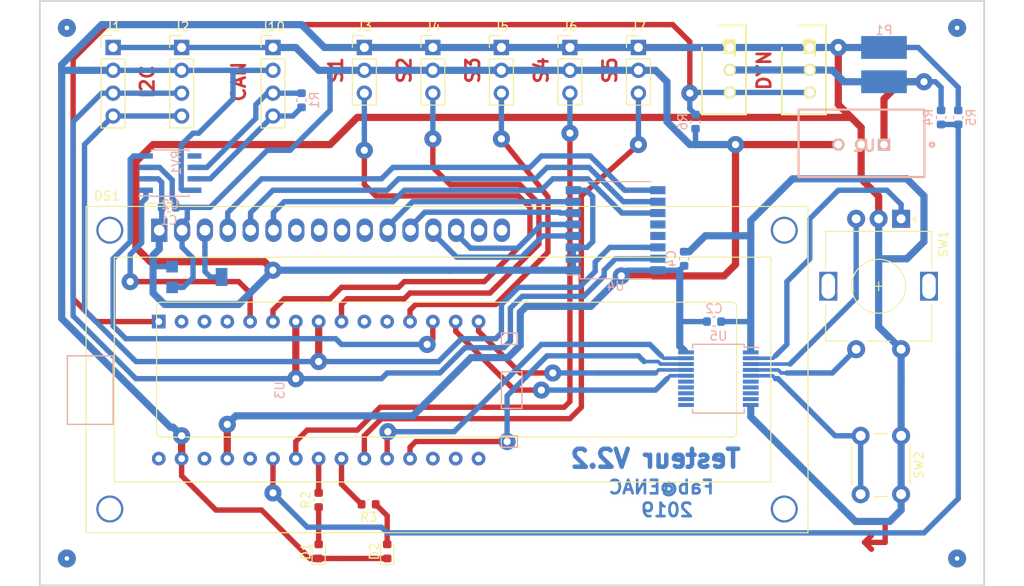
<source format=kicad_pcb>
(kicad_pcb (version 20171130) (host pcbnew 5.0.2-bee76a0~70~ubuntu18.04.1)

  (general
    (thickness 1.6)
    (drawings 16)
    (tracks 463)
    (zones 0)
    (modules 35)
    (nets 37)
  )

  (page A4)
  (title_block
    (title Testeur)
    (date 2019-09-12)
    (rev 2.2)
    (company Fabien-B)
  )

  (layers
    (0 F.Cu signal)
    (31 B.Cu signal)
    (32 B.Adhes user)
    (33 F.Adhes user)
    (34 B.Paste user)
    (35 F.Paste user)
    (36 B.SilkS user)
    (37 F.SilkS user)
    (38 B.Mask user)
    (39 F.Mask user)
    (40 Dwgs.User user)
    (41 Cmts.User user)
    (42 Eco1.User user)
    (43 Eco2.User user)
    (44 Edge.Cuts user)
    (45 Margin user)
    (46 B.CrtYd user)
    (47 F.CrtYd user)
    (48 B.Fab user)
    (49 F.Fab user)
  )

  (setup
    (last_trace_width 0.6)
    (user_trace_width 0.4)
    (user_trace_width 0.6)
    (user_trace_width 0.8)
    (user_trace_width 1.3)
    (user_trace_width 2)
    (trace_clearance 0.2)
    (zone_clearance 0.508)
    (zone_45_only no)
    (trace_min 0.2)
    (segment_width 0.2)
    (edge_width 0.15)
    (via_size 1.9)
    (via_drill 0.8)
    (via_min_size 0.4)
    (via_min_drill 0.3)
    (uvia_size 0.3)
    (uvia_drill 0.1)
    (uvias_allowed no)
    (uvia_min_size 0.2)
    (uvia_min_drill 0.1)
    (pcb_text_width 0.3)
    (pcb_text_size 1.5 1.5)
    (mod_edge_width 0.15)
    (mod_text_size 1 1)
    (mod_text_width 0.15)
    (pad_size 1.524 1.524)
    (pad_drill 0.762)
    (pad_to_mask_clearance 0.051)
    (solder_mask_min_width 0.25)
    (aux_axis_origin 0 0)
    (visible_elements FFFFFF7F)
    (pcbplotparams
      (layerselection 0x010fc_ffffffff)
      (usegerberextensions false)
      (usegerberattributes false)
      (usegerberadvancedattributes false)
      (creategerberjobfile false)
      (excludeedgelayer true)
      (linewidth 0.100000)
      (plotframeref false)
      (viasonmask false)
      (mode 1)
      (useauxorigin false)
      (hpglpennumber 1)
      (hpglpenspeed 20)
      (hpglpendiameter 15.000000)
      (psnegative false)
      (psa4output false)
      (plotreference true)
      (plotvalue true)
      (plotinvisibletext false)
      (padsonsilk false)
      (subtractmaskfromsilk false)
      (outputformat 1)
      (mirror false)
      (drillshape 1)
      (scaleselection 1)
      (outputdirectory ""))
  )

  (net 0 "")
  (net 1 GND)
  (net 2 +5V)
  (net 3 /ENC_A)
  (net 4 /ENC_B)
  (net 5 /RET_BTN)
  (net 6 /OK_BTN)
  (net 7 "Net-(D1-Pad2)")
  (net 8 "Net-(D2-Pad2)")
  (net 9 "Net-(DS1-Pad3)")
  (net 10 "Net-(DS1-Pad4)")
  (net 11 "Net-(DS1-Pad5)")
  (net 12 "Net-(DS1-Pad6)")
  (net 13 "Net-(DS1-Pad11)")
  (net 14 "Net-(DS1-Pad12)")
  (net 15 "Net-(DS1-Pad13)")
  (net 16 "Net-(DS1-Pad14)")
  (net 17 /I2C1_SDA)
  (net 18 /I2C1_SCL)
  (net 19 /SERVO1)
  (net 20 /SERVO2)
  (net 21 /SERVO3)
  (net 22 /SERVO4)
  (net 23 /SERVO5)
  (net 24 /DYNAMIXEL)
  (net 25 +12V)
  (net 26 "Net-(J10-Pad3)")
  (net 27 "Net-(J10-Pad4)")
  (net 28 "Net-(R2-Pad2)")
  (net 29 "Net-(R3-Pad2)")
  (net 30 /BAT_MEAS)
  (net 31 /CAN_TX)
  (net 32 /CAN_RX)
  (net 33 "Net-(SW1-PadS1)")
  (net 34 "Net-(SW1-PadB)")
  (net 35 "Net-(SW1-PadA)")
  (net 36 "Net-(SW2-Pad2)")

  (net_class Default "This is the default net class."
    (clearance 0.2)
    (trace_width 0.8)
    (via_dia 1.9)
    (via_drill 0.8)
    (uvia_dia 0.3)
    (uvia_drill 0.1)
    (add_net +12V)
    (add_net +5V)
    (add_net /BAT_MEAS)
    (add_net /CAN_RX)
    (add_net /CAN_TX)
    (add_net /DYNAMIXEL)
    (add_net /ENC_A)
    (add_net /ENC_B)
    (add_net /I2C1_SCL)
    (add_net /I2C1_SDA)
    (add_net /OK_BTN)
    (add_net /RET_BTN)
    (add_net /SERVO1)
    (add_net /SERVO2)
    (add_net /SERVO3)
    (add_net /SERVO4)
    (add_net /SERVO5)
    (add_net GND)
    (add_net "Net-(D1-Pad2)")
    (add_net "Net-(D2-Pad2)")
    (add_net "Net-(DS1-Pad11)")
    (add_net "Net-(DS1-Pad12)")
    (add_net "Net-(DS1-Pad13)")
    (add_net "Net-(DS1-Pad14)")
    (add_net "Net-(DS1-Pad3)")
    (add_net "Net-(DS1-Pad4)")
    (add_net "Net-(DS1-Pad5)")
    (add_net "Net-(DS1-Pad6)")
    (add_net "Net-(J10-Pad3)")
    (add_net "Net-(J10-Pad4)")
    (add_net "Net-(R2-Pad2)")
    (add_net "Net-(R3-Pad2)")
    (add_net "Net-(SW1-PadA)")
    (add_net "Net-(SW1-PadB)")
    (add_net "Net-(SW1-PadS1)")
    (add_net "Net-(SW2-Pad2)")
  )

  (module Capacitor_SMD:C_0603_1608Metric (layer B.Cu) (tedit 5B301BBE) (tstamp 5D148744)
    (at 110.3375 60.96)
    (descr "Capacitor SMD 0603 (1608 Metric), square (rectangular) end terminal, IPC_7351 nominal, (Body size source: http://www.tortai-tech.com/upload/download/2011102023233369053.pdf), generated with kicad-footprint-generator")
    (tags capacitor)
    (path /5D04E6F8)
    (attr smd)
    (fp_text reference C1 (at 0 1.43) (layer B.SilkS)
      (effects (font (size 1 1) (thickness 0.15)) (justify mirror))
    )
    (fp_text value 100n (at 0 -1.43) (layer B.Fab)
      (effects (font (size 1 1) (thickness 0.15)) (justify mirror))
    )
    (fp_line (start -0.8 -0.4) (end -0.8 0.4) (layer B.Fab) (width 0.1))
    (fp_line (start -0.8 0.4) (end 0.8 0.4) (layer B.Fab) (width 0.1))
    (fp_line (start 0.8 0.4) (end 0.8 -0.4) (layer B.Fab) (width 0.1))
    (fp_line (start 0.8 -0.4) (end -0.8 -0.4) (layer B.Fab) (width 0.1))
    (fp_line (start -0.162779 0.51) (end 0.162779 0.51) (layer B.SilkS) (width 0.12))
    (fp_line (start -0.162779 -0.51) (end 0.162779 -0.51) (layer B.SilkS) (width 0.12))
    (fp_line (start -1.48 -0.73) (end -1.48 0.73) (layer B.CrtYd) (width 0.05))
    (fp_line (start -1.48 0.73) (end 1.48 0.73) (layer B.CrtYd) (width 0.05))
    (fp_line (start 1.48 0.73) (end 1.48 -0.73) (layer B.CrtYd) (width 0.05))
    (fp_line (start 1.48 -0.73) (end -1.48 -0.73) (layer B.CrtYd) (width 0.05))
    (fp_text user %R (at 0 0) (layer B.Fab)
      (effects (font (size 0.4 0.4) (thickness 0.06)) (justify mirror))
    )
    (pad 1 smd roundrect (at -0.7875 0) (size 0.875 0.95) (layers B.Cu B.Paste B.Mask) (roundrect_rratio 0.25)
      (net 1 GND))
    (pad 2 smd roundrect (at 0.7875 0) (size 0.875 0.95) (layers B.Cu B.Paste B.Mask) (roundrect_rratio 0.25)
      (net 2 +5V))
    (model ${KISYS3DMOD}/Capacitor_SMD.3dshapes/C_0603_1608Metric.wrl
      (at (xyz 0 0 0))
      (scale (xyz 1 1 1))
      (rotate (xyz 0 0 0))
    )
  )

  (module Capacitor_SMD:C_0603_1608Metric (layer B.Cu) (tedit 5B301BBE) (tstamp 5D149B9F)
    (at 167.64 66.675 270)
    (descr "Capacitor SMD 0603 (1608 Metric), square (rectangular) end terminal, IPC_7351 nominal, (Body size source: http://www.tortai-tech.com/upload/download/2011102023233369053.pdf), generated with kicad-footprint-generator")
    (tags capacitor)
    (path /5D315B27)
    (attr smd)
    (fp_text reference C4 (at 0 1.43 270) (layer B.SilkS)
      (effects (font (size 1 1) (thickness 0.15)) (justify mirror))
    )
    (fp_text value 100n (at 0 -1.43 270) (layer B.Fab)
      (effects (font (size 1 1) (thickness 0.15)) (justify mirror))
    )
    (fp_text user %R (at 0 0 270) (layer B.Fab)
      (effects (font (size 0.4 0.4) (thickness 0.06)) (justify mirror))
    )
    (fp_line (start 1.48 -0.73) (end -1.48 -0.73) (layer B.CrtYd) (width 0.05))
    (fp_line (start 1.48 0.73) (end 1.48 -0.73) (layer B.CrtYd) (width 0.05))
    (fp_line (start -1.48 0.73) (end 1.48 0.73) (layer B.CrtYd) (width 0.05))
    (fp_line (start -1.48 -0.73) (end -1.48 0.73) (layer B.CrtYd) (width 0.05))
    (fp_line (start -0.162779 -0.51) (end 0.162779 -0.51) (layer B.SilkS) (width 0.12))
    (fp_line (start -0.162779 0.51) (end 0.162779 0.51) (layer B.SilkS) (width 0.12))
    (fp_line (start 0.8 -0.4) (end -0.8 -0.4) (layer B.Fab) (width 0.1))
    (fp_line (start 0.8 0.4) (end 0.8 -0.4) (layer B.Fab) (width 0.1))
    (fp_line (start -0.8 0.4) (end 0.8 0.4) (layer B.Fab) (width 0.1))
    (fp_line (start -0.8 -0.4) (end -0.8 0.4) (layer B.Fab) (width 0.1))
    (pad 2 smd roundrect (at 0.7875 0 270) (size 0.875 0.95) (layers B.Cu B.Paste B.Mask) (roundrect_rratio 0.25)
      (net 2 +5V))
    (pad 1 smd roundrect (at -0.7875 0 270) (size 0.875 0.95) (layers B.Cu B.Paste B.Mask) (roundrect_rratio 0.25)
      (net 1 GND))
    (model ${KISYS3DMOD}/Capacitor_SMD.3dshapes/C_0603_1608Metric.wrl
      (at (xyz 0 0 0))
      (scale (xyz 1 1 1))
      (rotate (xyz 0 0 0))
    )
  )

  (module LED_SMD:LED_0603_1608Metric (layer F.Cu) (tedit 5B301BBE) (tstamp 5D14A1D0)
    (at 127 99.2125 90)
    (descr "LED SMD 0603 (1608 Metric), square (rectangular) end terminal, IPC_7351 nominal, (Body size source: http://www.tortai-tech.com/upload/download/2011102023233369053.pdf), generated with kicad-footprint-generator")
    (tags diode)
    (path /5D256A4B)
    (attr smd)
    (fp_text reference D1 (at 0 -1.43 90) (layer F.SilkS)
      (effects (font (size 1 1) (thickness 0.15)))
    )
    (fp_text value LED (at 0 1.43 90) (layer F.Fab)
      (effects (font (size 1 1) (thickness 0.15)))
    )
    (fp_line (start 0.8 -0.4) (end -0.5 -0.4) (layer F.Fab) (width 0.1))
    (fp_line (start -0.5 -0.4) (end -0.8 -0.1) (layer F.Fab) (width 0.1))
    (fp_line (start -0.8 -0.1) (end -0.8 0.4) (layer F.Fab) (width 0.1))
    (fp_line (start -0.8 0.4) (end 0.8 0.4) (layer F.Fab) (width 0.1))
    (fp_line (start 0.8 0.4) (end 0.8 -0.4) (layer F.Fab) (width 0.1))
    (fp_line (start 0.8 -0.735) (end -1.485 -0.735) (layer F.SilkS) (width 0.12))
    (fp_line (start -1.485 -0.735) (end -1.485 0.735) (layer F.SilkS) (width 0.12))
    (fp_line (start -1.485 0.735) (end 0.8 0.735) (layer F.SilkS) (width 0.12))
    (fp_line (start -1.48 0.73) (end -1.48 -0.73) (layer F.CrtYd) (width 0.05))
    (fp_line (start -1.48 -0.73) (end 1.48 -0.73) (layer F.CrtYd) (width 0.05))
    (fp_line (start 1.48 -0.73) (end 1.48 0.73) (layer F.CrtYd) (width 0.05))
    (fp_line (start 1.48 0.73) (end -1.48 0.73) (layer F.CrtYd) (width 0.05))
    (fp_text user %R (at 0 0 90) (layer F.Fab)
      (effects (font (size 0.4 0.4) (thickness 0.06)))
    )
    (pad 1 smd roundrect (at -0.7875 0 90) (size 0.875 0.95) (layers F.Cu F.Paste F.Mask) (roundrect_rratio 0.25)
      (net 1 GND))
    (pad 2 smd roundrect (at 0.7875 0 90) (size 0.875 0.95) (layers F.Cu F.Paste F.Mask) (roundrect_rratio 0.25)
      (net 7 "Net-(D1-Pad2)"))
    (model ${KISYS3DMOD}/LED_SMD.3dshapes/LED_0603_1608Metric.wrl
      (at (xyz 0 0 0))
      (scale (xyz 1 1 1))
      (rotate (xyz 0 0 0))
    )
  )

  (module LED_SMD:LED_0603_1608Metric (layer F.Cu) (tedit 5B301BBE) (tstamp 5D14A19A)
    (at 134.62 99.2125 90)
    (descr "LED SMD 0603 (1608 Metric), square (rectangular) end terminal, IPC_7351 nominal, (Body size source: http://www.tortai-tech.com/upload/download/2011102023233369053.pdf), generated with kicad-footprint-generator")
    (tags diode)
    (path /5D256B69)
    (attr smd)
    (fp_text reference D2 (at 0 -1.43 90) (layer F.SilkS)
      (effects (font (size 1 1) (thickness 0.15)))
    )
    (fp_text value LED (at 0 1.43 90) (layer F.Fab)
      (effects (font (size 1 1) (thickness 0.15)))
    )
    (fp_text user %R (at 0 0 90) (layer F.Fab)
      (effects (font (size 0.4 0.4) (thickness 0.06)))
    )
    (fp_line (start 1.48 0.73) (end -1.48 0.73) (layer F.CrtYd) (width 0.05))
    (fp_line (start 1.48 -0.73) (end 1.48 0.73) (layer F.CrtYd) (width 0.05))
    (fp_line (start -1.48 -0.73) (end 1.48 -0.73) (layer F.CrtYd) (width 0.05))
    (fp_line (start -1.48 0.73) (end -1.48 -0.73) (layer F.CrtYd) (width 0.05))
    (fp_line (start -1.485 0.735) (end 0.8 0.735) (layer F.SilkS) (width 0.12))
    (fp_line (start -1.485 -0.735) (end -1.485 0.735) (layer F.SilkS) (width 0.12))
    (fp_line (start 0.8 -0.735) (end -1.485 -0.735) (layer F.SilkS) (width 0.12))
    (fp_line (start 0.8 0.4) (end 0.8 -0.4) (layer F.Fab) (width 0.1))
    (fp_line (start -0.8 0.4) (end 0.8 0.4) (layer F.Fab) (width 0.1))
    (fp_line (start -0.8 -0.1) (end -0.8 0.4) (layer F.Fab) (width 0.1))
    (fp_line (start -0.5 -0.4) (end -0.8 -0.1) (layer F.Fab) (width 0.1))
    (fp_line (start 0.8 -0.4) (end -0.5 -0.4) (layer F.Fab) (width 0.1))
    (pad 2 smd roundrect (at 0.7875 0 90) (size 0.875 0.95) (layers F.Cu F.Paste F.Mask) (roundrect_rratio 0.25)
      (net 8 "Net-(D2-Pad2)"))
    (pad 1 smd roundrect (at -0.7875 0 90) (size 0.875 0.95) (layers F.Cu F.Paste F.Mask) (roundrect_rratio 0.25)
      (net 1 GND))
    (model ${KISYS3DMOD}/LED_SMD.3dshapes/LED_0603_1608Metric.wrl
      (at (xyz 0 0 0))
      (scale (xyz 1 1 1))
      (rotate (xyz 0 0 0))
    )
  )

  (module Display:WC1602A (layer F.Cu) (tedit 5A02FE80) (tstamp 5D7AD1E3)
    (at 109.275001 63.5)
    (descr "LCD 16x2 http://www.wincomlcd.com/pdf/WC1602A-SFYLYHTC06.pdf")
    (tags "LCD 16x2 Alphanumeric 16pin")
    (path /5D06A659)
    (fp_text reference DS1 (at -5.82 -3.81) (layer F.SilkS)
      (effects (font (size 1 1) (thickness 0.15)))
    )
    (fp_text value WC1602A (at -4.31 34.66) (layer F.Fab)
      (effects (font (size 1 1) (thickness 0.15)))
    )
    (fp_line (start -8.14 33.64) (end 72.14 33.64) (layer F.SilkS) (width 0.12))
    (fp_line (start 72.14 33.64) (end 72.14 -2.64) (layer F.SilkS) (width 0.12))
    (fp_line (start 72.14 -2.64) (end -7.34 -2.64) (layer F.SilkS) (width 0.12))
    (fp_line (start -8.14 -2.64) (end -8.14 33.64) (layer F.SilkS) (width 0.12))
    (fp_line (start -8.13 -2.64) (end -7.34 -2.64) (layer F.SilkS) (width 0.12))
    (fp_line (start -8.25 -2.75) (end -8.25 33.75) (layer F.CrtYd) (width 0.05))
    (fp_line (start -8.25 33.75) (end 72.25 33.75) (layer F.CrtYd) (width 0.05))
    (fp_line (start 72.25 -2.75) (end 72.25 33.75) (layer F.CrtYd) (width 0.05))
    (fp_line (start -1.5 -3) (end 1.5 -3) (layer F.SilkS) (width 0.12))
    (fp_line (start -8.25 -2.75) (end 72.25 -2.75) (layer F.CrtYd) (width 0.05))
    (fp_line (start 1 -2.5) (end 0 -1.5) (layer F.Fab) (width 0.1))
    (fp_line (start 0 -1.5) (end -1 -2.5) (layer F.Fab) (width 0.1))
    (fp_line (start -1 -2.5) (end -8 -2.5) (layer F.Fab) (width 0.1))
    (fp_text user %R (at 30.37 14.74) (layer F.Fab)
      (effects (font (size 1 1) (thickness 0.1)))
    )
    (fp_line (start 0.2 8) (end 63.7 8) (layer F.SilkS) (width 0.12))
    (fp_line (start -0.29972 22.49932) (end -0.29972 8.5) (layer F.SilkS) (width 0.12))
    (fp_line (start 63.70066 23) (end 0.2 23) (layer F.SilkS) (width 0.12))
    (fp_line (start 64.2 8.5) (end 64.2 22.5) (layer F.SilkS) (width 0.12))
    (fp_arc (start 63.7 8.5) (end 63.7 8) (angle 90) (layer F.SilkS) (width 0.12))
    (fp_arc (start 63.70066 22.49932) (end 64.20104 22.49932) (angle 90) (layer F.SilkS) (width 0.12))
    (fp_arc (start 0.20066 22.49932) (end 0.20066 22.9997) (angle 90) (layer F.SilkS) (width 0.12))
    (fp_arc (start 0.20066 8.49884) (end -0.29972 8.49884) (angle 90) (layer F.SilkS) (width 0.12))
    (fp_line (start -5 3) (end 68 3) (layer F.SilkS) (width 0.12))
    (fp_line (start 68 3) (end 68 28) (layer F.SilkS) (width 0.12))
    (fp_line (start 68 28) (end -5 28) (layer F.SilkS) (width 0.12))
    (fp_line (start -5 28) (end -5 3) (layer F.SilkS) (width 0.12))
    (fp_line (start 1 -2.5) (end 72 -2.5) (layer F.Fab) (width 0.1))
    (fp_line (start 72 -2.5) (end 72 33.5) (layer F.Fab) (width 0.1))
    (fp_line (start 72 33.5) (end -8 33.5) (layer F.Fab) (width 0.1))
    (fp_line (start -8 33.5) (end -8 -2.5) (layer F.Fab) (width 0.1))
    (pad 1 thru_hole rect (at 0 0) (size 1.8 2.6) (drill 1.2) (layers *.Cu *.Mask)
      (net 1 GND))
    (pad 2 thru_hole oval (at 2.54 0) (size 1.8 2.6) (drill 1.2) (layers *.Cu *.Mask)
      (net 2 +5V))
    (pad 3 thru_hole oval (at 5.08 0) (size 1.8 2.6) (drill 1.2) (layers *.Cu *.Mask)
      (net 9 "Net-(DS1-Pad3)"))
    (pad 4 thru_hole oval (at 7.62 0) (size 1.8 2.6) (drill 1.2) (layers *.Cu *.Mask)
      (net 10 "Net-(DS1-Pad4)"))
    (pad 5 thru_hole oval (at 10.16 0) (size 1.8 2.6) (drill 1.2) (layers *.Cu *.Mask)
      (net 11 "Net-(DS1-Pad5)"))
    (pad 6 thru_hole oval (at 12.7 0) (size 1.8 2.6) (drill 1.2) (layers *.Cu *.Mask)
      (net 12 "Net-(DS1-Pad6)"))
    (pad 7 thru_hole oval (at 15.24 0) (size 1.8 2.6) (drill 1.2) (layers *.Cu *.Mask))
    (pad 8 thru_hole oval (at 17.78 0) (size 1.8 2.6) (drill 1.2) (layers *.Cu *.Mask))
    (pad 9 thru_hole oval (at 20.32 0) (size 1.8 2.6) (drill 1.2) (layers *.Cu *.Mask))
    (pad 10 thru_hole oval (at 22.86 0) (size 1.8 2.6) (drill 1.2) (layers *.Cu *.Mask))
    (pad 11 thru_hole oval (at 25.4 0) (size 1.8 2.6) (drill 1.2) (layers *.Cu *.Mask)
      (net 13 "Net-(DS1-Pad11)"))
    (pad 12 thru_hole oval (at 27.94 0) (size 1.8 2.6) (drill 1.2) (layers *.Cu *.Mask)
      (net 14 "Net-(DS1-Pad12)"))
    (pad 13 thru_hole oval (at 30.48 0) (size 1.8 2.6) (drill 1.2) (layers *.Cu *.Mask)
      (net 15 "Net-(DS1-Pad13)"))
    (pad 14 thru_hole oval (at 33.02 0) (size 1.8 2.6) (drill 1.2) (layers *.Cu *.Mask)
      (net 16 "Net-(DS1-Pad14)"))
    (pad 15 thru_hole oval (at 35.56 0) (size 1.8 2.6) (drill 1.2) (layers *.Cu *.Mask))
    (pad 16 thru_hole oval (at 38.1 0) (size 1.8 2.6) (drill 1.2) (layers *.Cu *.Mask))
    (pad "" thru_hole circle (at -5.4991 0) (size 3 3) (drill 2.5) (layers *.Cu *.Mask))
    (pad "" thru_hole circle (at -5.4991 31.0007) (size 3 3) (drill 2.5) (layers *.Cu *.Mask))
    (pad "" thru_hole circle (at 69.49948 31.0007) (size 3 3) (drill 2.5) (layers *.Cu *.Mask))
    (pad "" thru_hole circle (at 69.5 0) (size 3 3) (drill 2.5) (layers *.Cu *.Mask))
    (model ${KISYS3DMOD}/Display.3dshapes/WC1602A.wrl
      (at (xyz 0 0 0))
      (scale (xyz 1 1 1))
      (rotate (xyz 0 0 0))
    )
  )

  (module Connector_PinHeader_2.54mm:PinHeader_1x04_P2.54mm_Vertical (layer F.Cu) (tedit 59FED5CC) (tstamp 5D1475C5)
    (at 104.14 43.18)
    (descr "Through hole straight pin header, 1x04, 2.54mm pitch, single row")
    (tags "Through hole pin header THT 1x04 2.54mm single row")
    (path /5D0860B8)
    (fp_text reference J1 (at 0 -2.33) (layer F.SilkS)
      (effects (font (size 1 1) (thickness 0.15)))
    )
    (fp_text value I2C_a (at 0 9.95) (layer F.Fab)
      (effects (font (size 1 1) (thickness 0.15)))
    )
    (fp_line (start -0.635 -1.27) (end 1.27 -1.27) (layer F.Fab) (width 0.1))
    (fp_line (start 1.27 -1.27) (end 1.27 8.89) (layer F.Fab) (width 0.1))
    (fp_line (start 1.27 8.89) (end -1.27 8.89) (layer F.Fab) (width 0.1))
    (fp_line (start -1.27 8.89) (end -1.27 -0.635) (layer F.Fab) (width 0.1))
    (fp_line (start -1.27 -0.635) (end -0.635 -1.27) (layer F.Fab) (width 0.1))
    (fp_line (start -1.33 8.95) (end 1.33 8.95) (layer F.SilkS) (width 0.12))
    (fp_line (start -1.33 1.27) (end -1.33 8.95) (layer F.SilkS) (width 0.12))
    (fp_line (start 1.33 1.27) (end 1.33 8.95) (layer F.SilkS) (width 0.12))
    (fp_line (start -1.33 1.27) (end 1.33 1.27) (layer F.SilkS) (width 0.12))
    (fp_line (start -1.33 0) (end -1.33 -1.33) (layer F.SilkS) (width 0.12))
    (fp_line (start -1.33 -1.33) (end 0 -1.33) (layer F.SilkS) (width 0.12))
    (fp_line (start -1.8 -1.8) (end -1.8 9.4) (layer F.CrtYd) (width 0.05))
    (fp_line (start -1.8 9.4) (end 1.8 9.4) (layer F.CrtYd) (width 0.05))
    (fp_line (start 1.8 9.4) (end 1.8 -1.8) (layer F.CrtYd) (width 0.05))
    (fp_line (start 1.8 -1.8) (end -1.8 -1.8) (layer F.CrtYd) (width 0.05))
    (fp_text user %R (at 0 3.81 90) (layer F.Fab)
      (effects (font (size 1 1) (thickness 0.15)))
    )
    (pad 1 thru_hole rect (at 0 0) (size 1.7 1.7) (drill 1) (layers *.Cu *.Mask)
      (net 2 +5V))
    (pad 2 thru_hole oval (at 0 2.54) (size 1.7 1.7) (drill 1) (layers *.Cu *.Mask)
      (net 1 GND))
    (pad 3 thru_hole oval (at 0 5.08) (size 1.7 1.7) (drill 1) (layers *.Cu *.Mask)
      (net 17 /I2C1_SDA))
    (pad 4 thru_hole oval (at 0 7.62) (size 1.7 1.7) (drill 1) (layers *.Cu *.Mask)
      (net 18 /I2C1_SCL))
    (model ${KISYS3DMOD}/Connector_PinHeader_2.54mm.3dshapes/PinHeader_1x04_P2.54mm_Vertical.wrl
      (at (xyz 0 0 0))
      (scale (xyz 1 1 1))
      (rotate (xyz 0 0 0))
    )
  )

  (module Connector_PinHeader_2.54mm:PinHeader_1x04_P2.54mm_Vertical (layer F.Cu) (tedit 59FED5CC) (tstamp 5D1475DD)
    (at 111.76 43.18)
    (descr "Through hole straight pin header, 1x04, 2.54mm pitch, single row")
    (tags "Through hole pin header THT 1x04 2.54mm single row")
    (path /5D0F8590)
    (fp_text reference J2 (at 0 -2.33) (layer F.SilkS)
      (effects (font (size 1 1) (thickness 0.15)))
    )
    (fp_text value I2C_b (at 0 9.95) (layer F.Fab)
      (effects (font (size 1 1) (thickness 0.15)))
    )
    (fp_text user %R (at 0 3.81 90) (layer F.Fab)
      (effects (font (size 1 1) (thickness 0.15)))
    )
    (fp_line (start 1.8 -1.8) (end -1.8 -1.8) (layer F.CrtYd) (width 0.05))
    (fp_line (start 1.8 9.4) (end 1.8 -1.8) (layer F.CrtYd) (width 0.05))
    (fp_line (start -1.8 9.4) (end 1.8 9.4) (layer F.CrtYd) (width 0.05))
    (fp_line (start -1.8 -1.8) (end -1.8 9.4) (layer F.CrtYd) (width 0.05))
    (fp_line (start -1.33 -1.33) (end 0 -1.33) (layer F.SilkS) (width 0.12))
    (fp_line (start -1.33 0) (end -1.33 -1.33) (layer F.SilkS) (width 0.12))
    (fp_line (start -1.33 1.27) (end 1.33 1.27) (layer F.SilkS) (width 0.12))
    (fp_line (start 1.33 1.27) (end 1.33 8.95) (layer F.SilkS) (width 0.12))
    (fp_line (start -1.33 1.27) (end -1.33 8.95) (layer F.SilkS) (width 0.12))
    (fp_line (start -1.33 8.95) (end 1.33 8.95) (layer F.SilkS) (width 0.12))
    (fp_line (start -1.27 -0.635) (end -0.635 -1.27) (layer F.Fab) (width 0.1))
    (fp_line (start -1.27 8.89) (end -1.27 -0.635) (layer F.Fab) (width 0.1))
    (fp_line (start 1.27 8.89) (end -1.27 8.89) (layer F.Fab) (width 0.1))
    (fp_line (start 1.27 -1.27) (end 1.27 8.89) (layer F.Fab) (width 0.1))
    (fp_line (start -0.635 -1.27) (end 1.27 -1.27) (layer F.Fab) (width 0.1))
    (pad 4 thru_hole oval (at 0 7.62) (size 1.7 1.7) (drill 1) (layers *.Cu *.Mask)
      (net 18 /I2C1_SCL))
    (pad 3 thru_hole oval (at 0 5.08) (size 1.7 1.7) (drill 1) (layers *.Cu *.Mask)
      (net 17 /I2C1_SDA))
    (pad 2 thru_hole oval (at 0 2.54) (size 1.7 1.7) (drill 1) (layers *.Cu *.Mask)
      (net 1 GND))
    (pad 1 thru_hole rect (at 0 0) (size 1.7 1.7) (drill 1) (layers *.Cu *.Mask)
      (net 2 +5V))
    (model ${KISYS3DMOD}/Connector_PinHeader_2.54mm.3dshapes/PinHeader_1x04_P2.54mm_Vertical.wrl
      (at (xyz 0 0 0))
      (scale (xyz 1 1 1))
      (rotate (xyz 0 0 0))
    )
  )

  (module Connector_PinHeader_2.54mm:PinHeader_1x03_P2.54mm_Vertical (layer F.Cu) (tedit 59FED5CC) (tstamp 5D1475F4)
    (at 132.08 43.18)
    (descr "Through hole straight pin header, 1x03, 2.54mm pitch, single row")
    (tags "Through hole pin header THT 1x03 2.54mm single row")
    (path /5D0B270F)
    (fp_text reference J3 (at 0 -2.33) (layer F.SilkS)
      (effects (font (size 1 1) (thickness 0.15)))
    )
    (fp_text value S1 (at 0 7.41) (layer F.Fab)
      (effects (font (size 1 1) (thickness 0.15)))
    )
    (fp_line (start -0.635 -1.27) (end 1.27 -1.27) (layer F.Fab) (width 0.1))
    (fp_line (start 1.27 -1.27) (end 1.27 6.35) (layer F.Fab) (width 0.1))
    (fp_line (start 1.27 6.35) (end -1.27 6.35) (layer F.Fab) (width 0.1))
    (fp_line (start -1.27 6.35) (end -1.27 -0.635) (layer F.Fab) (width 0.1))
    (fp_line (start -1.27 -0.635) (end -0.635 -1.27) (layer F.Fab) (width 0.1))
    (fp_line (start -1.33 6.41) (end 1.33 6.41) (layer F.SilkS) (width 0.12))
    (fp_line (start -1.33 1.27) (end -1.33 6.41) (layer F.SilkS) (width 0.12))
    (fp_line (start 1.33 1.27) (end 1.33 6.41) (layer F.SilkS) (width 0.12))
    (fp_line (start -1.33 1.27) (end 1.33 1.27) (layer F.SilkS) (width 0.12))
    (fp_line (start -1.33 0) (end -1.33 -1.33) (layer F.SilkS) (width 0.12))
    (fp_line (start -1.33 -1.33) (end 0 -1.33) (layer F.SilkS) (width 0.12))
    (fp_line (start -1.8 -1.8) (end -1.8 6.85) (layer F.CrtYd) (width 0.05))
    (fp_line (start -1.8 6.85) (end 1.8 6.85) (layer F.CrtYd) (width 0.05))
    (fp_line (start 1.8 6.85) (end 1.8 -1.8) (layer F.CrtYd) (width 0.05))
    (fp_line (start 1.8 -1.8) (end -1.8 -1.8) (layer F.CrtYd) (width 0.05))
    (fp_text user %R (at 0 2.54 90) (layer F.Fab)
      (effects (font (size 1 1) (thickness 0.15)))
    )
    (pad 1 thru_hole rect (at 0 0) (size 1.7 1.7) (drill 1) (layers *.Cu *.Mask)
      (net 1 GND))
    (pad 2 thru_hole oval (at 0 2.54) (size 1.7 1.7) (drill 1) (layers *.Cu *.Mask)
      (net 2 +5V))
    (pad 3 thru_hole oval (at 0 5.08) (size 1.7 1.7) (drill 1) (layers *.Cu *.Mask)
      (net 19 /SERVO1))
    (model ${KISYS3DMOD}/Connector_PinHeader_2.54mm.3dshapes/PinHeader_1x03_P2.54mm_Vertical.wrl
      (at (xyz 0 0 0))
      (scale (xyz 1 1 1))
      (rotate (xyz 0 0 0))
    )
  )

  (module Connector_PinHeader_2.54mm:PinHeader_1x03_P2.54mm_Vertical (layer F.Cu) (tedit 59FED5CC) (tstamp 5D14760B)
    (at 139.7 43.18)
    (descr "Through hole straight pin header, 1x03, 2.54mm pitch, single row")
    (tags "Through hole pin header THT 1x03 2.54mm single row")
    (path /5D0B28DA)
    (fp_text reference J4 (at 0 -2.33) (layer F.SilkS)
      (effects (font (size 1 1) (thickness 0.15)))
    )
    (fp_text value S2 (at 0 7.41) (layer F.Fab)
      (effects (font (size 1 1) (thickness 0.15)))
    )
    (fp_text user %R (at 0 2.54 90) (layer F.Fab)
      (effects (font (size 1 1) (thickness 0.15)))
    )
    (fp_line (start 1.8 -1.8) (end -1.8 -1.8) (layer F.CrtYd) (width 0.05))
    (fp_line (start 1.8 6.85) (end 1.8 -1.8) (layer F.CrtYd) (width 0.05))
    (fp_line (start -1.8 6.85) (end 1.8 6.85) (layer F.CrtYd) (width 0.05))
    (fp_line (start -1.8 -1.8) (end -1.8 6.85) (layer F.CrtYd) (width 0.05))
    (fp_line (start -1.33 -1.33) (end 0 -1.33) (layer F.SilkS) (width 0.12))
    (fp_line (start -1.33 0) (end -1.33 -1.33) (layer F.SilkS) (width 0.12))
    (fp_line (start -1.33 1.27) (end 1.33 1.27) (layer F.SilkS) (width 0.12))
    (fp_line (start 1.33 1.27) (end 1.33 6.41) (layer F.SilkS) (width 0.12))
    (fp_line (start -1.33 1.27) (end -1.33 6.41) (layer F.SilkS) (width 0.12))
    (fp_line (start -1.33 6.41) (end 1.33 6.41) (layer F.SilkS) (width 0.12))
    (fp_line (start -1.27 -0.635) (end -0.635 -1.27) (layer F.Fab) (width 0.1))
    (fp_line (start -1.27 6.35) (end -1.27 -0.635) (layer F.Fab) (width 0.1))
    (fp_line (start 1.27 6.35) (end -1.27 6.35) (layer F.Fab) (width 0.1))
    (fp_line (start 1.27 -1.27) (end 1.27 6.35) (layer F.Fab) (width 0.1))
    (fp_line (start -0.635 -1.27) (end 1.27 -1.27) (layer F.Fab) (width 0.1))
    (pad 3 thru_hole oval (at 0 5.08) (size 1.7 1.7) (drill 1) (layers *.Cu *.Mask)
      (net 20 /SERVO2))
    (pad 2 thru_hole oval (at 0 2.54) (size 1.7 1.7) (drill 1) (layers *.Cu *.Mask)
      (net 2 +5V))
    (pad 1 thru_hole rect (at 0 0) (size 1.7 1.7) (drill 1) (layers *.Cu *.Mask)
      (net 1 GND))
    (model ${KISYS3DMOD}/Connector_PinHeader_2.54mm.3dshapes/PinHeader_1x03_P2.54mm_Vertical.wrl
      (at (xyz 0 0 0))
      (scale (xyz 1 1 1))
      (rotate (xyz 0 0 0))
    )
  )

  (module Connector_PinHeader_2.54mm:PinHeader_1x03_P2.54mm_Vertical (layer F.Cu) (tedit 59FED5CC) (tstamp 5D147622)
    (at 147.32 43.18)
    (descr "Through hole straight pin header, 1x03, 2.54mm pitch, single row")
    (tags "Through hole pin header THT 1x03 2.54mm single row")
    (path /5D0B2AA8)
    (fp_text reference J5 (at 0 -2.33) (layer F.SilkS)
      (effects (font (size 1 1) (thickness 0.15)))
    )
    (fp_text value S3 (at 0 7.41) (layer F.Fab)
      (effects (font (size 1 1) (thickness 0.15)))
    )
    (fp_line (start -0.635 -1.27) (end 1.27 -1.27) (layer F.Fab) (width 0.1))
    (fp_line (start 1.27 -1.27) (end 1.27 6.35) (layer F.Fab) (width 0.1))
    (fp_line (start 1.27 6.35) (end -1.27 6.35) (layer F.Fab) (width 0.1))
    (fp_line (start -1.27 6.35) (end -1.27 -0.635) (layer F.Fab) (width 0.1))
    (fp_line (start -1.27 -0.635) (end -0.635 -1.27) (layer F.Fab) (width 0.1))
    (fp_line (start -1.33 6.41) (end 1.33 6.41) (layer F.SilkS) (width 0.12))
    (fp_line (start -1.33 1.27) (end -1.33 6.41) (layer F.SilkS) (width 0.12))
    (fp_line (start 1.33 1.27) (end 1.33 6.41) (layer F.SilkS) (width 0.12))
    (fp_line (start -1.33 1.27) (end 1.33 1.27) (layer F.SilkS) (width 0.12))
    (fp_line (start -1.33 0) (end -1.33 -1.33) (layer F.SilkS) (width 0.12))
    (fp_line (start -1.33 -1.33) (end 0 -1.33) (layer F.SilkS) (width 0.12))
    (fp_line (start -1.8 -1.8) (end -1.8 6.85) (layer F.CrtYd) (width 0.05))
    (fp_line (start -1.8 6.85) (end 1.8 6.85) (layer F.CrtYd) (width 0.05))
    (fp_line (start 1.8 6.85) (end 1.8 -1.8) (layer F.CrtYd) (width 0.05))
    (fp_line (start 1.8 -1.8) (end -1.8 -1.8) (layer F.CrtYd) (width 0.05))
    (fp_text user %R (at 0 2.54 90) (layer F.Fab)
      (effects (font (size 1 1) (thickness 0.15)))
    )
    (pad 1 thru_hole rect (at 0 0) (size 1.7 1.7) (drill 1) (layers *.Cu *.Mask)
      (net 1 GND))
    (pad 2 thru_hole oval (at 0 2.54) (size 1.7 1.7) (drill 1) (layers *.Cu *.Mask)
      (net 2 +5V))
    (pad 3 thru_hole oval (at 0 5.08) (size 1.7 1.7) (drill 1) (layers *.Cu *.Mask)
      (net 21 /SERVO3))
    (model ${KISYS3DMOD}/Connector_PinHeader_2.54mm.3dshapes/PinHeader_1x03_P2.54mm_Vertical.wrl
      (at (xyz 0 0 0))
      (scale (xyz 1 1 1))
      (rotate (xyz 0 0 0))
    )
  )

  (module Connector_PinHeader_2.54mm:PinHeader_1x03_P2.54mm_Vertical (layer F.Cu) (tedit 59FED5CC) (tstamp 5D147639)
    (at 154.94 43.18)
    (descr "Through hole straight pin header, 1x03, 2.54mm pitch, single row")
    (tags "Through hole pin header THT 1x03 2.54mm single row")
    (path /5D0B9587)
    (fp_text reference J6 (at 0 -2.33) (layer F.SilkS)
      (effects (font (size 1 1) (thickness 0.15)))
    )
    (fp_text value S4 (at 0 7.41) (layer F.Fab)
      (effects (font (size 1 1) (thickness 0.15)))
    )
    (fp_text user %R (at 0 2.54 90) (layer F.Fab)
      (effects (font (size 1 1) (thickness 0.15)))
    )
    (fp_line (start 1.8 -1.8) (end -1.8 -1.8) (layer F.CrtYd) (width 0.05))
    (fp_line (start 1.8 6.85) (end 1.8 -1.8) (layer F.CrtYd) (width 0.05))
    (fp_line (start -1.8 6.85) (end 1.8 6.85) (layer F.CrtYd) (width 0.05))
    (fp_line (start -1.8 -1.8) (end -1.8 6.85) (layer F.CrtYd) (width 0.05))
    (fp_line (start -1.33 -1.33) (end 0 -1.33) (layer F.SilkS) (width 0.12))
    (fp_line (start -1.33 0) (end -1.33 -1.33) (layer F.SilkS) (width 0.12))
    (fp_line (start -1.33 1.27) (end 1.33 1.27) (layer F.SilkS) (width 0.12))
    (fp_line (start 1.33 1.27) (end 1.33 6.41) (layer F.SilkS) (width 0.12))
    (fp_line (start -1.33 1.27) (end -1.33 6.41) (layer F.SilkS) (width 0.12))
    (fp_line (start -1.33 6.41) (end 1.33 6.41) (layer F.SilkS) (width 0.12))
    (fp_line (start -1.27 -0.635) (end -0.635 -1.27) (layer F.Fab) (width 0.1))
    (fp_line (start -1.27 6.35) (end -1.27 -0.635) (layer F.Fab) (width 0.1))
    (fp_line (start 1.27 6.35) (end -1.27 6.35) (layer F.Fab) (width 0.1))
    (fp_line (start 1.27 -1.27) (end 1.27 6.35) (layer F.Fab) (width 0.1))
    (fp_line (start -0.635 -1.27) (end 1.27 -1.27) (layer F.Fab) (width 0.1))
    (pad 3 thru_hole oval (at 0 5.08) (size 1.7 1.7) (drill 1) (layers *.Cu *.Mask)
      (net 22 /SERVO4))
    (pad 2 thru_hole oval (at 0 2.54) (size 1.7 1.7) (drill 1) (layers *.Cu *.Mask)
      (net 2 +5V))
    (pad 1 thru_hole rect (at 0 0) (size 1.7 1.7) (drill 1) (layers *.Cu *.Mask)
      (net 1 GND))
    (model ${KISYS3DMOD}/Connector_PinHeader_2.54mm.3dshapes/PinHeader_1x03_P2.54mm_Vertical.wrl
      (at (xyz 0 0 0))
      (scale (xyz 1 1 1))
      (rotate (xyz 0 0 0))
    )
  )

  (module Connector_PinHeader_2.54mm:PinHeader_1x03_P2.54mm_Vertical (layer F.Cu) (tedit 59FED5CC) (tstamp 5D147650)
    (at 162.56 43.18)
    (descr "Through hole straight pin header, 1x03, 2.54mm pitch, single row")
    (tags "Through hole pin header THT 1x03 2.54mm single row")
    (path /5D0B96E9)
    (fp_text reference J7 (at 0 -2.33) (layer F.SilkS)
      (effects (font (size 1 1) (thickness 0.15)))
    )
    (fp_text value S5 (at 0 7.41) (layer F.Fab)
      (effects (font (size 1 1) (thickness 0.15)))
    )
    (fp_line (start -0.635 -1.27) (end 1.27 -1.27) (layer F.Fab) (width 0.1))
    (fp_line (start 1.27 -1.27) (end 1.27 6.35) (layer F.Fab) (width 0.1))
    (fp_line (start 1.27 6.35) (end -1.27 6.35) (layer F.Fab) (width 0.1))
    (fp_line (start -1.27 6.35) (end -1.27 -0.635) (layer F.Fab) (width 0.1))
    (fp_line (start -1.27 -0.635) (end -0.635 -1.27) (layer F.Fab) (width 0.1))
    (fp_line (start -1.33 6.41) (end 1.33 6.41) (layer F.SilkS) (width 0.12))
    (fp_line (start -1.33 1.27) (end -1.33 6.41) (layer F.SilkS) (width 0.12))
    (fp_line (start 1.33 1.27) (end 1.33 6.41) (layer F.SilkS) (width 0.12))
    (fp_line (start -1.33 1.27) (end 1.33 1.27) (layer F.SilkS) (width 0.12))
    (fp_line (start -1.33 0) (end -1.33 -1.33) (layer F.SilkS) (width 0.12))
    (fp_line (start -1.33 -1.33) (end 0 -1.33) (layer F.SilkS) (width 0.12))
    (fp_line (start -1.8 -1.8) (end -1.8 6.85) (layer F.CrtYd) (width 0.05))
    (fp_line (start -1.8 6.85) (end 1.8 6.85) (layer F.CrtYd) (width 0.05))
    (fp_line (start 1.8 6.85) (end 1.8 -1.8) (layer F.CrtYd) (width 0.05))
    (fp_line (start 1.8 -1.8) (end -1.8 -1.8) (layer F.CrtYd) (width 0.05))
    (fp_text user %R (at 0 2.54 90) (layer F.Fab)
      (effects (font (size 1 1) (thickness 0.15)))
    )
    (pad 1 thru_hole rect (at 0 0) (size 1.7 1.7) (drill 1) (layers *.Cu *.Mask)
      (net 1 GND))
    (pad 2 thru_hole oval (at 0 2.54) (size 1.7 1.7) (drill 1) (layers *.Cu *.Mask)
      (net 2 +5V))
    (pad 3 thru_hole oval (at 0 5.08) (size 1.7 1.7) (drill 1) (layers *.Cu *.Mask)
      (net 23 /SERVO5))
    (model ${KISYS3DMOD}/Connector_PinHeader_2.54mm.3dshapes/PinHeader_1x03_P2.54mm_Vertical.wrl
      (at (xyz 0 0 0))
      (scale (xyz 1 1 1))
      (rotate (xyz 0 0 0))
    )
  )

  (module myFootprints:SHDR3W70P0X250_1X3_990X490X590P (layer F.Cu) (tedit 5C94FC85) (tstamp 5D14FB78)
    (at 172.72 43.18 90)
    (descr 22-03-5035)
    (tags Connector)
    (path /5D1085D7)
    (fp_text reference J8 (at 0 0 90) (layer F.SilkS)
      (effects (font (size 1.27 1.27) (thickness 0.254)))
    )
    (fp_text value 22-03-5035 (at 0 0 90) (layer F.SilkS) hide
      (effects (font (size 1.27 1.27) (thickness 0.254)))
    )
    (fp_line (start 2.45 1.8) (end 2.45 -1.3) (layer F.SilkS) (width 0.2))
    (fp_line (start -7.45 1.8) (end 2.45 1.8) (layer F.SilkS) (width 0.2))
    (fp_line (start -7.45 -3.1) (end -7.45 1.8) (layer F.SilkS) (width 0.2))
    (fp_line (start 0 -3.1) (end -7.45 -3.1) (layer F.SilkS) (width 0.2))
    (fp_line (start 2.45 1.8) (end 2.45 -3.1) (layer Dwgs.User) (width 0.1))
    (fp_line (start -7.45 1.8) (end 2.45 1.8) (layer Dwgs.User) (width 0.1))
    (fp_line (start -7.45 -3.1) (end -7.45 1.8) (layer Dwgs.User) (width 0.1))
    (fp_line (start 2.45 -3.1) (end -7.45 -3.1) (layer Dwgs.User) (width 0.1))
    (fp_line (start 2.7 2) (end 2.7 -3.4) (layer Dwgs.User) (width 0.05))
    (fp_line (start -7.7 2) (end 2.7 2) (layer Dwgs.User) (width 0.05))
    (fp_line (start -7.7 -3.4) (end -7.7 2) (layer Dwgs.User) (width 0.05))
    (fp_line (start 2.7 -3.4) (end -7.7 -3.4) (layer Dwgs.User) (width 0.05))
    (pad 3 thru_hole circle (at -5 0 180) (size 1.35 1.35) (drill 0.9) (layers *.Cu *.Mask F.SilkS)
      (net 24 /DYNAMIXEL))
    (pad 2 thru_hole circle (at -2.5 0 180) (size 1.35 1.35) (drill 0.9) (layers *.Cu *.Mask F.SilkS)
      (net 25 +12V))
    (pad 1 thru_hole rect (at 0 0 180) (size 1.35 1.35) (drill 0.9) (layers *.Cu *.Mask F.SilkS)
      (net 1 GND))
    (model ${CUSTOM_3D}/022035035.stp.wrl
      (at (xyz 0 0 0))
      (scale (xyz 1 1 1))
      (rotate (xyz 0 0 0))
    )
  )

  (module myFootprints:SHDR3W70P0X250_1X3_990X490X590P (layer F.Cu) (tedit 5C94FC85) (tstamp 5D147676)
    (at 181.61 43.18 90)
    (descr 22-03-5035)
    (tags Connector)
    (path /5D130EDD)
    (fp_text reference J9 (at 0 0 90) (layer F.SilkS)
      (effects (font (size 1.27 1.27) (thickness 0.254)))
    )
    (fp_text value 22-03-5035 (at 0 0 90) (layer F.SilkS) hide
      (effects (font (size 1.27 1.27) (thickness 0.254)))
    )
    (fp_line (start 2.7 -3.4) (end -7.7 -3.4) (layer Dwgs.User) (width 0.05))
    (fp_line (start -7.7 -3.4) (end -7.7 2) (layer Dwgs.User) (width 0.05))
    (fp_line (start -7.7 2) (end 2.7 2) (layer Dwgs.User) (width 0.05))
    (fp_line (start 2.7 2) (end 2.7 -3.4) (layer Dwgs.User) (width 0.05))
    (fp_line (start 2.45 -3.1) (end -7.45 -3.1) (layer Dwgs.User) (width 0.1))
    (fp_line (start -7.45 -3.1) (end -7.45 1.8) (layer Dwgs.User) (width 0.1))
    (fp_line (start -7.45 1.8) (end 2.45 1.8) (layer Dwgs.User) (width 0.1))
    (fp_line (start 2.45 1.8) (end 2.45 -3.1) (layer Dwgs.User) (width 0.1))
    (fp_line (start 0 -3.1) (end -7.45 -3.1) (layer F.SilkS) (width 0.2))
    (fp_line (start -7.45 -3.1) (end -7.45 1.8) (layer F.SilkS) (width 0.2))
    (fp_line (start -7.45 1.8) (end 2.45 1.8) (layer F.SilkS) (width 0.2))
    (fp_line (start 2.45 1.8) (end 2.45 -1.3) (layer F.SilkS) (width 0.2))
    (pad 1 thru_hole rect (at 0 0 180) (size 1.35 1.35) (drill 0.9) (layers *.Cu *.Mask F.SilkS)
      (net 1 GND))
    (pad 2 thru_hole circle (at -2.5 0 180) (size 1.35 1.35) (drill 0.9) (layers *.Cu *.Mask F.SilkS)
      (net 25 +12V))
    (pad 3 thru_hole circle (at -5 0 180) (size 1.35 1.35) (drill 0.9) (layers *.Cu *.Mask F.SilkS)
      (net 24 /DYNAMIXEL))
    (model ${CUSTOM_3D}/022035035.stp.wrl
      (at (xyz 0 0 0))
      (scale (xyz 1 1 1))
      (rotate (xyz 0 0 0))
    )
  )

  (module Connector_PinHeader_2.54mm:PinHeader_1x04_P2.54mm_Vertical (layer F.Cu) (tedit 59FED5CC) (tstamp 5D14821B)
    (at 121.92 43.18)
    (descr "Through hole straight pin header, 1x04, 2.54mm pitch, single row")
    (tags "Through hole pin header THT 1x04 2.54mm single row")
    (path /5D09A643)
    (fp_text reference J10 (at 0 -2.33) (layer F.SilkS)
      (effects (font (size 1 1) (thickness 0.15)))
    )
    (fp_text value CAN (at 0 9.95) (layer F.Fab)
      (effects (font (size 1 1) (thickness 0.15)))
    )
    (fp_line (start -0.635 -1.27) (end 1.27 -1.27) (layer F.Fab) (width 0.1))
    (fp_line (start 1.27 -1.27) (end 1.27 8.89) (layer F.Fab) (width 0.1))
    (fp_line (start 1.27 8.89) (end -1.27 8.89) (layer F.Fab) (width 0.1))
    (fp_line (start -1.27 8.89) (end -1.27 -0.635) (layer F.Fab) (width 0.1))
    (fp_line (start -1.27 -0.635) (end -0.635 -1.27) (layer F.Fab) (width 0.1))
    (fp_line (start -1.33 8.95) (end 1.33 8.95) (layer F.SilkS) (width 0.12))
    (fp_line (start -1.33 1.27) (end -1.33 8.95) (layer F.SilkS) (width 0.12))
    (fp_line (start 1.33 1.27) (end 1.33 8.95) (layer F.SilkS) (width 0.12))
    (fp_line (start -1.33 1.27) (end 1.33 1.27) (layer F.SilkS) (width 0.12))
    (fp_line (start -1.33 0) (end -1.33 -1.33) (layer F.SilkS) (width 0.12))
    (fp_line (start -1.33 -1.33) (end 0 -1.33) (layer F.SilkS) (width 0.12))
    (fp_line (start -1.8 -1.8) (end -1.8 9.4) (layer F.CrtYd) (width 0.05))
    (fp_line (start -1.8 9.4) (end 1.8 9.4) (layer F.CrtYd) (width 0.05))
    (fp_line (start 1.8 9.4) (end 1.8 -1.8) (layer F.CrtYd) (width 0.05))
    (fp_line (start 1.8 -1.8) (end -1.8 -1.8) (layer F.CrtYd) (width 0.05))
    (fp_text user %R (at 0 3.81 90) (layer F.Fab)
      (effects (font (size 1 1) (thickness 0.15)))
    )
    (pad 1 thru_hole rect (at 0 0) (size 1.7 1.7) (drill 1) (layers *.Cu *.Mask)
      (net 2 +5V))
    (pad 2 thru_hole oval (at 0 2.54) (size 1.7 1.7) (drill 1) (layers *.Cu *.Mask)
      (net 1 GND))
    (pad 3 thru_hole oval (at 0 5.08) (size 1.7 1.7) (drill 1) (layers *.Cu *.Mask)
      (net 26 "Net-(J10-Pad3)"))
    (pad 4 thru_hole oval (at 0 7.62) (size 1.7 1.7) (drill 1) (layers *.Cu *.Mask)
      (net 27 "Net-(J10-Pad4)"))
    (model ${KISYS3DMOD}/Connector_PinHeader_2.54mm.3dshapes/PinHeader_1x04_P2.54mm_Vertical.wrl
      (at (xyz 0 0 0))
      (scale (xyz 1 1 1))
      (rotate (xyz 0 0 0))
    )
  )

  (module myFootprints:Power_pads (layer B.Cu) (tedit 5D03F5CA) (tstamp 5D147694)
    (at 189.865 45.085 180)
    (path /5D149DE1)
    (fp_text reference P1 (at 0 3.81 180) (layer B.SilkS)
      (effects (font (size 1 1) (thickness 0.15)) (justify mirror))
    )
    (fp_text value Power_pads (at 0 0 180) (layer B.Fab)
      (effects (font (size 1 1) (thickness 0.15)) (justify mirror))
    )
    (pad 1 smd rect (at 0 1.905 180) (size 5.08 2.54) (layers B.Cu B.Paste B.Mask)
      (net 1 GND))
    (pad 2 smd rect (at 0 -1.905 180) (size 5.08 2.54) (layers B.Cu B.Paste B.Mask)
      (net 25 +12V))
  )

  (module Resistor_SMD:R_0603_1608Metric (layer B.Cu) (tedit 5B301BBD) (tstamp 5D14A07D)
    (at 125.095 49.0475 90)
    (descr "Resistor SMD 0603 (1608 Metric), square (rectangular) end terminal, IPC_7351 nominal, (Body size source: http://www.tortai-tech.com/upload/download/2011102023233369053.pdf), generated with kicad-footprint-generator")
    (tags resistor)
    (path /5D0534DC)
    (attr smd)
    (fp_text reference R1 (at 0 1.43 90) (layer B.SilkS)
      (effects (font (size 1 1) (thickness 0.15)) (justify mirror))
    )
    (fp_text value 120 (at 0 -1.43 90) (layer B.Fab)
      (effects (font (size 1 1) (thickness 0.15)) (justify mirror))
    )
    (fp_text user %R (at 0 0 90) (layer B.Fab)
      (effects (font (size 0.4 0.4) (thickness 0.06)) (justify mirror))
    )
    (fp_line (start 1.48 -0.73) (end -1.48 -0.73) (layer B.CrtYd) (width 0.05))
    (fp_line (start 1.48 0.73) (end 1.48 -0.73) (layer B.CrtYd) (width 0.05))
    (fp_line (start -1.48 0.73) (end 1.48 0.73) (layer B.CrtYd) (width 0.05))
    (fp_line (start -1.48 -0.73) (end -1.48 0.73) (layer B.CrtYd) (width 0.05))
    (fp_line (start -0.162779 -0.51) (end 0.162779 -0.51) (layer B.SilkS) (width 0.12))
    (fp_line (start -0.162779 0.51) (end 0.162779 0.51) (layer B.SilkS) (width 0.12))
    (fp_line (start 0.8 -0.4) (end -0.8 -0.4) (layer B.Fab) (width 0.1))
    (fp_line (start 0.8 0.4) (end 0.8 -0.4) (layer B.Fab) (width 0.1))
    (fp_line (start -0.8 0.4) (end 0.8 0.4) (layer B.Fab) (width 0.1))
    (fp_line (start -0.8 -0.4) (end -0.8 0.4) (layer B.Fab) (width 0.1))
    (pad 2 smd roundrect (at 0.7875 0 90) (size 0.875 0.95) (layers B.Cu B.Paste B.Mask) (roundrect_rratio 0.25)
      (net 26 "Net-(J10-Pad3)"))
    (pad 1 smd roundrect (at -0.7875 0 90) (size 0.875 0.95) (layers B.Cu B.Paste B.Mask) (roundrect_rratio 0.25)
      (net 27 "Net-(J10-Pad4)"))
    (model ${KISYS3DMOD}/Resistor_SMD.3dshapes/R_0603_1608Metric.wrl
      (at (xyz 0 0 0))
      (scale (xyz 1 1 1))
      (rotate (xyz 0 0 0))
    )
  )

  (module Resistor_SMD:R_0603_1608Metric (layer F.Cu) (tedit 5B301BBD) (tstamp 5D1476B6)
    (at 127 93.4975 90)
    (descr "Resistor SMD 0603 (1608 Metric), square (rectangular) end terminal, IPC_7351 nominal, (Body size source: http://www.tortai-tech.com/upload/download/2011102023233369053.pdf), generated with kicad-footprint-generator")
    (tags resistor)
    (path /5D25690F)
    (attr smd)
    (fp_text reference R2 (at 0 -1.43 90) (layer F.SilkS)
      (effects (font (size 1 1) (thickness 0.15)))
    )
    (fp_text value R (at 0 1.43 90) (layer F.Fab)
      (effects (font (size 1 1) (thickness 0.15)))
    )
    (fp_line (start -0.8 0.4) (end -0.8 -0.4) (layer F.Fab) (width 0.1))
    (fp_line (start -0.8 -0.4) (end 0.8 -0.4) (layer F.Fab) (width 0.1))
    (fp_line (start 0.8 -0.4) (end 0.8 0.4) (layer F.Fab) (width 0.1))
    (fp_line (start 0.8 0.4) (end -0.8 0.4) (layer F.Fab) (width 0.1))
    (fp_line (start -0.162779 -0.51) (end 0.162779 -0.51) (layer F.SilkS) (width 0.12))
    (fp_line (start -0.162779 0.51) (end 0.162779 0.51) (layer F.SilkS) (width 0.12))
    (fp_line (start -1.48 0.73) (end -1.48 -0.73) (layer F.CrtYd) (width 0.05))
    (fp_line (start -1.48 -0.73) (end 1.48 -0.73) (layer F.CrtYd) (width 0.05))
    (fp_line (start 1.48 -0.73) (end 1.48 0.73) (layer F.CrtYd) (width 0.05))
    (fp_line (start 1.48 0.73) (end -1.48 0.73) (layer F.CrtYd) (width 0.05))
    (fp_text user %R (at 0 0 90) (layer F.Fab)
      (effects (font (size 0.4 0.4) (thickness 0.06)))
    )
    (pad 1 smd roundrect (at -0.7875 0 90) (size 0.875 0.95) (layers F.Cu F.Paste F.Mask) (roundrect_rratio 0.25)
      (net 7 "Net-(D1-Pad2)"))
    (pad 2 smd roundrect (at 0.7875 0 90) (size 0.875 0.95) (layers F.Cu F.Paste F.Mask) (roundrect_rratio 0.25)
      (net 28 "Net-(R2-Pad2)"))
    (model ${KISYS3DMOD}/Resistor_SMD.3dshapes/R_0603_1608Metric.wrl
      (at (xyz 0 0 0))
      (scale (xyz 1 1 1))
      (rotate (xyz 0 0 0))
    )
  )

  (module Resistor_SMD:R_0603_1608Metric (layer F.Cu) (tedit 5B301BBD) (tstamp 5D1476C7)
    (at 132.5625 93.98 180)
    (descr "Resistor SMD 0603 (1608 Metric), square (rectangular) end terminal, IPC_7351 nominal, (Body size source: http://www.tortai-tech.com/upload/download/2011102023233369053.pdf), generated with kicad-footprint-generator")
    (tags resistor)
    (path /5D2A190A)
    (attr smd)
    (fp_text reference R3 (at 0 -1.43 180) (layer F.SilkS)
      (effects (font (size 1 1) (thickness 0.15)))
    )
    (fp_text value R (at 0 1.43 180) (layer F.Fab)
      (effects (font (size 1 1) (thickness 0.15)))
    )
    (fp_line (start -0.8 0.4) (end -0.8 -0.4) (layer F.Fab) (width 0.1))
    (fp_line (start -0.8 -0.4) (end 0.8 -0.4) (layer F.Fab) (width 0.1))
    (fp_line (start 0.8 -0.4) (end 0.8 0.4) (layer F.Fab) (width 0.1))
    (fp_line (start 0.8 0.4) (end -0.8 0.4) (layer F.Fab) (width 0.1))
    (fp_line (start -0.162779 -0.51) (end 0.162779 -0.51) (layer F.SilkS) (width 0.12))
    (fp_line (start -0.162779 0.51) (end 0.162779 0.51) (layer F.SilkS) (width 0.12))
    (fp_line (start -1.48 0.73) (end -1.48 -0.73) (layer F.CrtYd) (width 0.05))
    (fp_line (start -1.48 -0.73) (end 1.48 -0.73) (layer F.CrtYd) (width 0.05))
    (fp_line (start 1.48 -0.73) (end 1.48 0.73) (layer F.CrtYd) (width 0.05))
    (fp_line (start 1.48 0.73) (end -1.48 0.73) (layer F.CrtYd) (width 0.05))
    (fp_text user %R (at 0 0 180) (layer F.Fab)
      (effects (font (size 0.4 0.4) (thickness 0.06)))
    )
    (pad 1 smd roundrect (at -0.7875 0 180) (size 0.875 0.95) (layers F.Cu F.Paste F.Mask) (roundrect_rratio 0.25)
      (net 8 "Net-(D2-Pad2)"))
    (pad 2 smd roundrect (at 0.7875 0 180) (size 0.875 0.95) (layers F.Cu F.Paste F.Mask) (roundrect_rratio 0.25)
      (net 29 "Net-(R3-Pad2)"))
    (model ${KISYS3DMOD}/Resistor_SMD.3dshapes/R_0603_1608Metric.wrl
      (at (xyz 0 0 0))
      (scale (xyz 1 1 1))
      (rotate (xyz 0 0 0))
    )
  )

  (module Resistor_SMD:R_0603_1608Metric (layer B.Cu) (tedit 5B301BBD) (tstamp 5D1476D8)
    (at 196.215 50.9525 270)
    (descr "Resistor SMD 0603 (1608 Metric), square (rectangular) end terminal, IPC_7351 nominal, (Body size source: http://www.tortai-tech.com/upload/download/2011102023233369053.pdf), generated with kicad-footprint-generator")
    (tags resistor)
    (path /5D047103)
    (attr smd)
    (fp_text reference R4 (at 0 1.43 270) (layer B.SilkS)
      (effects (font (size 1 1) (thickness 0.15)) (justify mirror))
    )
    (fp_text value 10k (at 0 -1.43 270) (layer B.Fab)
      (effects (font (size 1 1) (thickness 0.15)) (justify mirror))
    )
    (fp_text user %R (at 0 0 270) (layer B.Fab)
      (effects (font (size 0.4 0.4) (thickness 0.06)) (justify mirror))
    )
    (fp_line (start 1.48 -0.73) (end -1.48 -0.73) (layer B.CrtYd) (width 0.05))
    (fp_line (start 1.48 0.73) (end 1.48 -0.73) (layer B.CrtYd) (width 0.05))
    (fp_line (start -1.48 0.73) (end 1.48 0.73) (layer B.CrtYd) (width 0.05))
    (fp_line (start -1.48 -0.73) (end -1.48 0.73) (layer B.CrtYd) (width 0.05))
    (fp_line (start -0.162779 -0.51) (end 0.162779 -0.51) (layer B.SilkS) (width 0.12))
    (fp_line (start -0.162779 0.51) (end 0.162779 0.51) (layer B.SilkS) (width 0.12))
    (fp_line (start 0.8 -0.4) (end -0.8 -0.4) (layer B.Fab) (width 0.1))
    (fp_line (start 0.8 0.4) (end 0.8 -0.4) (layer B.Fab) (width 0.1))
    (fp_line (start -0.8 0.4) (end 0.8 0.4) (layer B.Fab) (width 0.1))
    (fp_line (start -0.8 -0.4) (end -0.8 0.4) (layer B.Fab) (width 0.1))
    (pad 2 smd roundrect (at 0.7875 0 270) (size 0.875 0.95) (layers B.Cu B.Paste B.Mask) (roundrect_rratio 0.25)
      (net 30 /BAT_MEAS))
    (pad 1 smd roundrect (at -0.7875 0 270) (size 0.875 0.95) (layers B.Cu B.Paste B.Mask) (roundrect_rratio 0.25)
      (net 25 +12V))
    (model ${KISYS3DMOD}/Resistor_SMD.3dshapes/R_0603_1608Metric.wrl
      (at (xyz 0 0 0))
      (scale (xyz 1 1 1))
      (rotate (xyz 0 0 0))
    )
  )

  (module Resistor_SMD:R_0603_1608Metric (layer B.Cu) (tedit 5B301BBD) (tstamp 5D15396B)
    (at 198.12 50.9525 90)
    (descr "Resistor SMD 0603 (1608 Metric), square (rectangular) end terminal, IPC_7351 nominal, (Body size source: http://www.tortai-tech.com/upload/download/2011102023233369053.pdf), generated with kicad-footprint-generator")
    (tags resistor)
    (path /5D046EDF)
    (attr smd)
    (fp_text reference R5 (at 0 1.43 90) (layer B.SilkS)
      (effects (font (size 1 1) (thickness 0.15)) (justify mirror))
    )
    (fp_text value 2.2k (at 0 -1.43 90) (layer B.Fab)
      (effects (font (size 1 1) (thickness 0.15)) (justify mirror))
    )
    (fp_line (start -0.8 -0.4) (end -0.8 0.4) (layer B.Fab) (width 0.1))
    (fp_line (start -0.8 0.4) (end 0.8 0.4) (layer B.Fab) (width 0.1))
    (fp_line (start 0.8 0.4) (end 0.8 -0.4) (layer B.Fab) (width 0.1))
    (fp_line (start 0.8 -0.4) (end -0.8 -0.4) (layer B.Fab) (width 0.1))
    (fp_line (start -0.162779 0.51) (end 0.162779 0.51) (layer B.SilkS) (width 0.12))
    (fp_line (start -0.162779 -0.51) (end 0.162779 -0.51) (layer B.SilkS) (width 0.12))
    (fp_line (start -1.48 -0.73) (end -1.48 0.73) (layer B.CrtYd) (width 0.05))
    (fp_line (start -1.48 0.73) (end 1.48 0.73) (layer B.CrtYd) (width 0.05))
    (fp_line (start 1.48 0.73) (end 1.48 -0.73) (layer B.CrtYd) (width 0.05))
    (fp_line (start 1.48 -0.73) (end -1.48 -0.73) (layer B.CrtYd) (width 0.05))
    (fp_text user %R (at 0 0 90) (layer B.Fab)
      (effects (font (size 0.4 0.4) (thickness 0.06)) (justify mirror))
    )
    (pad 1 smd roundrect (at -0.7875 0 90) (size 0.875 0.95) (layers B.Cu B.Paste B.Mask) (roundrect_rratio 0.25)
      (net 30 /BAT_MEAS))
    (pad 2 smd roundrect (at 0.7875 0 90) (size 0.875 0.95) (layers B.Cu B.Paste B.Mask) (roundrect_rratio 0.25)
      (net 1 GND))
    (model ${KISYS3DMOD}/Resistor_SMD.3dshapes/R_0603_1608Metric.wrl
      (at (xyz 0 0 0))
      (scale (xyz 1 1 1))
      (rotate (xyz 0 0 0))
    )
  )

  (module myFootprints:TS53YL (layer B.Cu) (tedit 5D03DA49) (tstamp 5D1476F0)
    (at 113.205 68.7 90)
    (path /5D03DB83)
    (fp_text reference RV1 (at 12.7 -2.032 90) (layer B.SilkS)
      (effects (font (size 1 1) (thickness 0.15)) (justify mirror))
    )
    (fp_text value R_POT (at 17.526 1.778 90) (layer B.Fab)
      (effects (font (size 1 1) (thickness 0.15)) (justify mirror))
    )
    (pad 3 smd rect (at -1.15 -2.5 90) (size 1.3 1.3) (layers B.Cu B.Paste B.Mask)
      (net 2 +5V))
    (pad 1 smd rect (at 1.15 -2.5 90) (size 1.3 1.3) (layers B.Cu B.Paste B.Mask)
      (net 1 GND))
    (pad 2 smd rect (at 0 3 90) (size 2 1.3) (layers B.Cu B.Paste B.Mask)
      (net 9 "Net-(DS1-Pad3)"))
    (model ${KIPRJMOD}/kicad_libs_FBO/packages3d/TS53YL.STEP
      (offset (xyz 0 0.25 0))
      (scale (xyz 1 1 1))
      (rotate (xyz 0 0 0))
    )
  )

  (module Button_Switch_THT:SW_PUSH_6mm_H5mm (layer F.Cu) (tedit 5A02FE31) (tstamp 5D7AE5AD)
    (at 191.77 86.36 270)
    (descr "tactile push button, 6x6mm e.g. PHAP33xx series, height=5mm")
    (tags "tact sw push 6mm")
    (path /5D16436C)
    (fp_text reference SW2 (at 3.25 -2 270) (layer F.SilkS)
      (effects (font (size 1 1) (thickness 0.15)))
    )
    (fp_text value return (at 3.75 6.7 270) (layer F.Fab)
      (effects (font (size 1 1) (thickness 0.15)))
    )
    (fp_text user %R (at 3.25 2.25 270) (layer F.Fab)
      (effects (font (size 1 1) (thickness 0.15)))
    )
    (fp_line (start 3.25 -0.75) (end 6.25 -0.75) (layer F.Fab) (width 0.1))
    (fp_line (start 6.25 -0.75) (end 6.25 5.25) (layer F.Fab) (width 0.1))
    (fp_line (start 6.25 5.25) (end 0.25 5.25) (layer F.Fab) (width 0.1))
    (fp_line (start 0.25 5.25) (end 0.25 -0.75) (layer F.Fab) (width 0.1))
    (fp_line (start 0.25 -0.75) (end 3.25 -0.75) (layer F.Fab) (width 0.1))
    (fp_line (start 7.75 6) (end 8 6) (layer F.CrtYd) (width 0.05))
    (fp_line (start 8 6) (end 8 5.75) (layer F.CrtYd) (width 0.05))
    (fp_line (start 7.75 -1.5) (end 8 -1.5) (layer F.CrtYd) (width 0.05))
    (fp_line (start 8 -1.5) (end 8 -1.25) (layer F.CrtYd) (width 0.05))
    (fp_line (start -1.5 -1.25) (end -1.5 -1.5) (layer F.CrtYd) (width 0.05))
    (fp_line (start -1.5 -1.5) (end -1.25 -1.5) (layer F.CrtYd) (width 0.05))
    (fp_line (start -1.5 5.75) (end -1.5 6) (layer F.CrtYd) (width 0.05))
    (fp_line (start -1.5 6) (end -1.25 6) (layer F.CrtYd) (width 0.05))
    (fp_line (start -1.25 -1.5) (end 7.75 -1.5) (layer F.CrtYd) (width 0.05))
    (fp_line (start -1.5 5.75) (end -1.5 -1.25) (layer F.CrtYd) (width 0.05))
    (fp_line (start 7.75 6) (end -1.25 6) (layer F.CrtYd) (width 0.05))
    (fp_line (start 8 -1.25) (end 8 5.75) (layer F.CrtYd) (width 0.05))
    (fp_line (start 1 5.5) (end 5.5 5.5) (layer F.SilkS) (width 0.12))
    (fp_line (start -0.25 1.5) (end -0.25 3) (layer F.SilkS) (width 0.12))
    (fp_line (start 5.5 -1) (end 1 -1) (layer F.SilkS) (width 0.12))
    (fp_line (start 6.75 3) (end 6.75 1.5) (layer F.SilkS) (width 0.12))
    (fp_circle (center 3.25 2.25) (end 1.25 2.5) (layer F.Fab) (width 0.1))
    (pad 2 thru_hole circle (at 0 4.5) (size 2 2) (drill 1.1) (layers *.Cu *.Mask)
      (net 36 "Net-(SW2-Pad2)"))
    (pad 1 thru_hole circle (at 0 0) (size 2 2) (drill 1.1) (layers *.Cu *.Mask)
      (net 1 GND))
    (pad 2 thru_hole circle (at 6.5 4.5) (size 2 2) (drill 1.1) (layers *.Cu *.Mask)
      (net 36 "Net-(SW2-Pad2)"))
    (pad 1 thru_hole circle (at 6.5 0) (size 2 2) (drill 1.1) (layers *.Cu *.Mask)
      (net 1 GND))
    (model ${KISYS3DMOD}/Button_Switch_THT.3dshapes/SW_PUSH_6mm_H5mm.wrl
      (at (xyz 0 0 0))
      (scale (xyz 1 1 1))
      (rotate (xyz 0 0 0))
    )
  )

  (module myFootprints:TSR-2 (layer B.Cu) (tedit 5C9A58AB) (tstamp 5D147745)
    (at 189.865 53.975 180)
    (descr TSR-2)
    (tags "Undefined or Miscellaneous")
    (path /5D048980)
    (fp_text reference U1 (at 2.217 -0.117 180) (layer B.SilkS)
      (effects (font (size 1.27 1.27) (thickness 0.254)) (justify mirror))
    )
    (fp_text value TSR_2-2450 (at 2.217 -0.117 180) (layer B.SilkS) hide
      (effects (font (size 1.27 1.27) (thickness 0.254)) (justify mirror))
    )
    (fp_line (start -4.5 3.89) (end 9.5 3.89) (layer Dwgs.User) (width 0.254))
    (fp_line (start 9.5 3.89) (end 9.5 -3.61) (layer Dwgs.User) (width 0.254))
    (fp_line (start 9.5 -3.61) (end -4.5 -3.61) (layer Dwgs.User) (width 0.254))
    (fp_line (start -4.5 -3.61) (end -4.5 3.89) (layer Dwgs.User) (width 0.254))
    (fp_line (start -4.5 -3.61) (end -4.5 3.89) (layer B.SilkS) (width 0.254))
    (fp_line (start -4.5 3.89) (end 9.5 3.89) (layer B.SilkS) (width 0.254))
    (fp_line (start 9.5 3.89) (end 9.5 -3.61) (layer B.SilkS) (width 0.254))
    (fp_line (start 9.5 -3.61) (end -4.5 -3.61) (layer B.SilkS) (width 0.254))
    (fp_circle (center -5.342 -0.006) (end -5.45536 -0.006) (layer B.SilkS) (width 0.254))
    (pad 1 thru_hole rect (at 0 0 90) (size 1.35 1.35) (drill 0.85) (layers *.Cu *.Mask B.SilkS)
      (net 25 +12V))
    (pad 2 thru_hole circle (at 2.54 0 90) (size 1.35 1.35) (drill 0.85) (layers *.Cu *.Mask B.SilkS)
      (net 1 GND))
    (pad 3 thru_hole circle (at 5.08 0 90) (size 1.35 1.35) (drill 0.85) (layers *.Cu *.Mask B.SilkS)
      (net 2 +5V))
    (model ${CUSTOM_3D}/TSR_2.STEP
      (at (xyz 0 0 0))
      (scale (xyz 1 1 1))
      (rotate (xyz 180 0 0))
    )
  )

  (module Package_SO:SOIC-8_3.9x4.9mm_P1.27mm (layer B.Cu) (tedit 5A02F2D3) (tstamp 5D14B91A)
    (at 110.49 57.15)
    (descr "8-Lead Plastic Small Outline (SN) - Narrow, 3.90 mm Body [SOIC] (see Microchip Packaging Specification http://ww1.microchip.com/downloads/en/PackagingSpec/00000049BQ.pdf)")
    (tags "SOIC 1.27")
    (path /5D03DB68)
    (attr smd)
    (fp_text reference U2 (at 0 3.5) (layer B.SilkS)
      (effects (font (size 1 1) (thickness 0.15)) (justify mirror))
    )
    (fp_text value MCP2551-I-SN (at 0 -3.5) (layer B.Fab)
      (effects (font (size 1 1) (thickness 0.15)) (justify mirror))
    )
    (fp_text user %R (at 0 0) (layer B.Fab)
      (effects (font (size 1 1) (thickness 0.15)) (justify mirror))
    )
    (fp_line (start -0.95 2.45) (end 1.95 2.45) (layer B.Fab) (width 0.1))
    (fp_line (start 1.95 2.45) (end 1.95 -2.45) (layer B.Fab) (width 0.1))
    (fp_line (start 1.95 -2.45) (end -1.95 -2.45) (layer B.Fab) (width 0.1))
    (fp_line (start -1.95 -2.45) (end -1.95 1.45) (layer B.Fab) (width 0.1))
    (fp_line (start -1.95 1.45) (end -0.95 2.45) (layer B.Fab) (width 0.1))
    (fp_line (start -3.73 2.7) (end -3.73 -2.7) (layer B.CrtYd) (width 0.05))
    (fp_line (start 3.73 2.7) (end 3.73 -2.7) (layer B.CrtYd) (width 0.05))
    (fp_line (start -3.73 2.7) (end 3.73 2.7) (layer B.CrtYd) (width 0.05))
    (fp_line (start -3.73 -2.7) (end 3.73 -2.7) (layer B.CrtYd) (width 0.05))
    (fp_line (start -2.075 2.575) (end -2.075 2.525) (layer B.SilkS) (width 0.15))
    (fp_line (start 2.075 2.575) (end 2.075 2.43) (layer B.SilkS) (width 0.15))
    (fp_line (start 2.075 -2.575) (end 2.075 -2.43) (layer B.SilkS) (width 0.15))
    (fp_line (start -2.075 -2.575) (end -2.075 -2.43) (layer B.SilkS) (width 0.15))
    (fp_line (start -2.075 2.575) (end 2.075 2.575) (layer B.SilkS) (width 0.15))
    (fp_line (start -2.075 -2.575) (end 2.075 -2.575) (layer B.SilkS) (width 0.15))
    (fp_line (start -2.075 2.525) (end -3.475 2.525) (layer B.SilkS) (width 0.15))
    (pad 1 smd rect (at -2.7 1.905) (size 1.55 0.6) (layers B.Cu B.Paste B.Mask)
      (net 31 /CAN_TX))
    (pad 2 smd rect (at -2.7 0.635) (size 1.55 0.6) (layers B.Cu B.Paste B.Mask)
      (net 1 GND))
    (pad 3 smd rect (at -2.7 -0.635) (size 1.55 0.6) (layers B.Cu B.Paste B.Mask)
      (net 2 +5V))
    (pad 4 smd rect (at -2.7 -1.905) (size 1.55 0.6) (layers B.Cu B.Paste B.Mask)
      (net 32 /CAN_RX))
    (pad 5 smd rect (at 2.7 -1.905) (size 1.55 0.6) (layers B.Cu B.Paste B.Mask))
    (pad 6 smd rect (at 2.7 -0.635) (size 1.55 0.6) (layers B.Cu B.Paste B.Mask)
      (net 26 "Net-(J10-Pad3)"))
    (pad 7 smd rect (at 2.7 0.635) (size 1.55 0.6) (layers B.Cu B.Paste B.Mask)
      (net 27 "Net-(J10-Pad4)"))
    (pad 8 smd rect (at 2.7 1.905) (size 1.55 0.6) (layers B.Cu B.Paste B.Mask)
      (net 1 GND))
    (model ${KISYS3DMOD}/Package_SO.3dshapes/SOIC-8_3.9x4.9mm_P1.27mm.wrl
      (at (xyz 0 0 0))
      (scale (xyz 1 1 1))
      (rotate (xyz 0 0 0))
    )
  )

  (module myFootprints:NUCLEO32 (layer B.Cu) (tedit 5D03D16E) (tstamp 5D147798)
    (at 127 81.28 270)
    (path /5D03DAD4)
    (fp_text reference U3 (at 0 4.318 270) (layer B.SilkS)
      (effects (font (size 1 1) (thickness 0.15)) (justify mirror))
    )
    (fp_text value NUCLEO32-L432KC (at 0 0 270) (layer B.Fab)
      (effects (font (size 1 1) (thickness 0.15)) (justify mirror))
    )
    (fp_line (start -9.27 27.43) (end -9.27 -22.86) (layer B.CrtYd) (width 0.15))
    (fp_line (start -9.27 -22.86) (end 9.27 -22.86) (layer B.CrtYd) (width 0.15))
    (fp_line (start 9.27 -22.86) (end 9.27 27.43) (layer B.CrtYd) (width 0.15))
    (fp_line (start 9.27 27.43) (end -9.27 27.43) (layer B.CrtYd) (width 0.15))
    (fp_line (start -3.81 27.94) (end 3.81 27.94) (layer B.SilkS) (width 0.15))
    (fp_line (start 3.81 27.94) (end 3.81 22.86) (layer B.SilkS) (width 0.15))
    (fp_line (start 3.81 22.86) (end -3.81 22.86) (layer B.SilkS) (width 0.15))
    (fp_line (start -3.81 22.86) (end -3.81 27.94) (layer B.SilkS) (width 0.15))
    (fp_line (start -2.032 -22.606) (end -2.032 -20.32) (layer B.SilkS) (width 0.15))
    (fp_line (start -2.032 -20.32) (end 2.032 -20.32) (layer B.SilkS) (width 0.15))
    (fp_line (start 2.032 -20.32) (end 2.032 -22.606) (layer B.SilkS) (width 0.15))
    (fp_line (start 2.032 -22.606) (end -2.032 -22.606) (layer B.SilkS) (width 0.15))
    (fp_line (start 6.35 -20.32) (end 5.08 -20.32) (layer B.SilkS) (width 0.15))
    (fp_line (start 5.08 -20.32) (end 5.08 -22.098) (layer B.SilkS) (width 0.15))
    (fp_line (start 5.08 -22.098) (end 6.35 -22.098) (layer B.SilkS) (width 0.15))
    (fp_line (start 6.35 -22.098) (end 6.35 -20.32) (layer B.SilkS) (width 0.15))
    (fp_line (start -5.08 -20.32) (end -6.35 -20.32) (layer B.SilkS) (width 0.15))
    (fp_line (start -6.35 -20.32) (end -6.35 -22.098) (layer B.SilkS) (width 0.15))
    (fp_line (start -6.35 -22.098) (end -5.08 -22.098) (layer B.SilkS) (width 0.15))
    (fp_line (start -5.08 -22.098) (end -5.08 -20.32) (layer B.SilkS) (width 0.15))
    (pad 8 thru_hole circle (at -7.62 0 270) (size 1.524 1.524) (drill 0.762) (layers *.Cu *.Mask)
      (net 18 /I2C1_SCL))
    (pad 7 thru_hole circle (at -7.62 2.54 270) (size 1.524 1.524) (drill 0.762) (layers *.Cu *.Mask)
      (net 17 /I2C1_SDA))
    (pad 6 thru_hole circle (at -7.62 5.08 270) (size 1.524 1.524) (drill 0.762) (layers *.Cu *.Mask)
      (net 19 /SERVO1))
    (pad 5 thru_hole circle (at -7.62 7.62 270) (size 1.524 1.524) (drill 0.762) (layers *.Cu *.Mask)
      (net 31 /CAN_TX))
    (pad 4 thru_hole circle (at -7.62 10.16 270) (size 1.524 1.524) (drill 0.762) (layers *.Cu *.Mask))
    (pad 3 thru_hole circle (at -7.62 12.7 270) (size 1.524 1.524) (drill 0.762) (layers *.Cu *.Mask))
    (pad 2 thru_hole circle (at -7.62 15.24 270) (size 1.524 1.524) (drill 0.762) (layers *.Cu *.Mask))
    (pad 1 thru_hole rect (at -7.62 17.78 270) (size 1.524 1.524) (drill 0.762) (layers *.Cu *.Mask)
      (net 24 /DYNAMIXEL))
    (pad 9 thru_hole circle (at -7.62 -2.54 270) (size 1.524 1.524) (drill 0.762) (layers *.Cu *.Mask)
      (net 20 /SERVO2))
    (pad 10 thru_hole circle (at -7.62 -5.08 270) (size 1.524 1.524) (drill 0.762) (layers *.Cu *.Mask))
    (pad 11 thru_hole circle (at -7.62 -7.62 270) (size 1.524 1.524) (drill 0.762) (layers *.Cu *.Mask))
    (pad 12 thru_hole circle (at -7.62 -10.16 270) (size 1.524 1.524) (drill 0.762) (layers *.Cu *.Mask)
      (net 21 /SERVO3))
    (pad 13 thru_hole circle (at -7.62 -12.7 270) (size 1.524 1.524) (drill 0.762) (layers *.Cu *.Mask)
      (net 32 /CAN_RX))
    (pad 14 thru_hole circle (at -7.62 -15.24 270) (size 1.524 1.524) (drill 0.762) (layers *.Cu *.Mask)
      (net 5 /RET_BTN))
    (pad 15 thru_hole circle (at -7.62 -17.78 270) (size 1.524 1.524) (drill 0.762) (layers *.Cu *.Mask)
      (net 6 /OK_BTN))
    (pad 30 thru_hole circle (at 7.62 17.78 270) (size 1.524 1.524) (drill 0.762) (layers *.Cu *.Mask))
    (pad 29 thru_hole circle (at 7.62 15.24 270) (size 1.524 1.524) (drill 0.762) (layers *.Cu *.Mask)
      (net 1 GND))
    (pad 28 thru_hole circle (at 7.62 12.7 270) (size 1.524 1.524) (drill 0.762) (layers *.Cu *.Mask))
    (pad 27 thru_hole circle (at 7.62 10.16 270) (size 1.524 1.524) (drill 0.762) (layers *.Cu *.Mask)
      (net 2 +5V))
    (pad 26 thru_hole circle (at 7.62 7.62 270) (size 1.524 1.524) (drill 0.762) (layers *.Cu *.Mask))
    (pad 25 thru_hole circle (at 7.62 5.08 270) (size 1.524 1.524) (drill 0.762) (layers *.Cu *.Mask)
      (net 30 /BAT_MEAS))
    (pad 24 thru_hole circle (at 7.62 2.54 270) (size 1.524 1.524) (drill 0.762) (layers *.Cu *.Mask)
      (net 22 /SERVO4))
    (pad 23 thru_hole circle (at 7.62 0 270) (size 1.524 1.524) (drill 0.762) (layers *.Cu *.Mask)
      (net 28 "Net-(R2-Pad2)"))
    (pad 22 thru_hole circle (at 7.62 -2.54 270) (size 1.524 1.524) (drill 0.762) (layers *.Cu *.Mask)
      (net 29 "Net-(R3-Pad2)"))
    (pad 21 thru_hole circle (at 7.62 -5.08 270) (size 1.524 1.524) (drill 0.762) (layers *.Cu *.Mask)
      (net 23 /SERVO5))
    (pad 20 thru_hole circle (at 7.62 -7.62 270) (size 1.524 1.524) (drill 0.762) (layers *.Cu *.Mask)
      (net 3 /ENC_A))
    (pad 19 thru_hole circle (at 7.62 -10.16 270) (size 1.524 1.524) (drill 0.762) (layers *.Cu *.Mask)
      (net 4 /ENC_B))
    (pad 18 thru_hole circle (at 7.62 -12.7 270) (size 1.524 1.524) (drill 0.762) (layers *.Cu *.Mask))
    (pad 17 thru_hole circle (at 7.62 -15.24 270) (size 1.524 1.524) (drill 0.762) (layers *.Cu *.Mask))
    (pad 16 thru_hole circle (at 7.62 -17.78 270) (size 1.524 1.524) (drill 0.762) (layers *.Cu *.Mask))
  )

  (module myFootprints:SOP-16_7.5x10.4mm_P1.27mm (layer B.Cu) (tedit 5B74C38C) (tstamp 5D14B033)
    (at 160.02 63.5)
    (descr "16-Lead Plastic Small Outline http://www.vishay.com/docs/49633/sg2098.pdf")
    (tags "SOP 1.27")
    (path /5D03D902)
    (attr smd)
    (fp_text reference U4 (at 0 6.2) (layer B.SilkS)
      (effects (font (size 1 1) (thickness 0.15)) (justify mirror))
    )
    (fp_text value PCA9554D (at 0 -6.1) (layer B.Fab)
      (effects (font (size 1 1) (thickness 0.15)) (justify mirror))
    )
    (fp_text user %R (at 0 0) (layer B.Fab)
      (effects (font (size 0.8 0.8) (thickness 0.15)) (justify mirror))
    )
    (fp_line (start -3.75 4.6) (end -3.15 5.2) (layer B.Fab) (width 0.1))
    (fp_line (start -3.95 5.4) (end -3.95 5) (layer B.SilkS) (width 0.12))
    (fp_line (start -3.95 5) (end -5.35 5) (layer B.SilkS) (width 0.12))
    (fp_line (start -3.15 5.2) (end 3.75 5.2) (layer B.Fab) (width 0.1))
    (fp_line (start 3.75 5.2) (end 3.75 -5.2) (layer B.Fab) (width 0.1))
    (fp_line (start 3.75 -5.2) (end -3.75 -5.2) (layer B.Fab) (width 0.1))
    (fp_line (start -3.75 -5.2) (end -3.75 4.6) (layer B.Fab) (width 0.1))
    (fp_line (start -3.95 5.4) (end 3.95 5.4) (layer B.SilkS) (width 0.12))
    (fp_line (start -3.95 -5.4) (end 3.95 -5.4) (layer B.SilkS) (width 0.12))
    (fp_line (start -5.9 5.45) (end 5.9 5.45) (layer B.CrtYd) (width 0.05))
    (fp_line (start -5.9 5.45) (end -5.9 -5.45) (layer B.CrtYd) (width 0.05))
    (fp_line (start 5.9 -5.45) (end 5.9 5.45) (layer B.CrtYd) (width 0.05))
    (fp_line (start 5.9 -5.45) (end -5.9 -5.45) (layer B.CrtYd) (width 0.05))
    (pad 1 smd rect (at -4.7 4.45) (size 1.7 0.9) (layers B.Cu B.Paste B.Mask)
      (net 1 GND))
    (pad 2 smd rect (at -4.7 3.17) (size 1.7 0.9) (layers B.Cu B.Paste B.Mask)
      (net 1 GND))
    (pad 3 smd rect (at -4.7 1.91) (size 1.7 0.9) (layers B.Cu B.Paste B.Mask)
      (net 1 GND))
    (pad 4 smd rect (at -4.7 0.64) (size 1.7 0.9) (layers B.Cu B.Paste B.Mask)
      (net 15 "Net-(DS1-Pad13)"))
    (pad 5 smd rect (at -4.7 -0.64) (size 1.7 0.9) (layers B.Cu B.Paste B.Mask)
      (net 16 "Net-(DS1-Pad14)"))
    (pad 6 smd rect (at -4.7 -1.91) (size 1.7 0.9) (layers B.Cu B.Paste B.Mask)
      (net 14 "Net-(DS1-Pad12)"))
    (pad 7 smd rect (at -4.7 -3.17) (size 1.7 0.9) (layers B.Cu B.Paste B.Mask)
      (net 13 "Net-(DS1-Pad11)"))
    (pad 8 smd rect (at -4.7 -4.45) (size 1.7 0.9) (layers B.Cu B.Paste B.Mask)
      (net 1 GND))
    (pad 9 smd rect (at 4.7 -4.45) (size 1.7 0.9) (layers B.Cu B.Paste B.Mask)
      (net 10 "Net-(DS1-Pad4)"))
    (pad 10 smd rect (at 4.7 -3.17) (size 1.7 0.9) (layers B.Cu B.Paste B.Mask)
      (net 11 "Net-(DS1-Pad5)"))
    (pad 11 smd rect (at 4.7 -1.91) (size 1.7 0.9) (layers B.Cu B.Paste B.Mask)
      (net 12 "Net-(DS1-Pad6)"))
    (pad 12 smd rect (at 4.7 -0.64) (size 1.7 0.9) (layers B.Cu B.Paste B.Mask))
    (pad 13 smd rect (at 4.7 0.64) (size 1.7 0.9) (layers B.Cu B.Paste B.Mask))
    (pad 14 smd rect (at 4.7 1.91) (size 1.7 0.9) (layers B.Cu B.Paste B.Mask)
      (net 18 /I2C1_SCL))
    (pad 15 smd rect (at 4.7 3.17) (size 1.7 0.9) (layers B.Cu B.Paste B.Mask)
      (net 17 /I2C1_SDA))
    (pad 16 smd rect (at 4.7 4.45) (size 1.7 0.9) (layers B.Cu B.Paste B.Mask)
      (net 2 +5V))
    (model ${KISYS3DMOD}/Package_SO.3dshapes/SOP-16_7.5x10.4mm_P1.27mm.wrl
      (at (xyz 0 0 0))
      (scale (xyz 1 1 1))
      (rotate (xyz 0 0 0))
    )
  )

  (module myFootprints:mountingHole_2mm (layer F.Cu) (tedit 5CAE0BD4) (tstamp 5D160944)
    (at 99 41)
    (fp_text reference REF** (at 0 2) (layer F.SilkS) hide
      (effects (font (size 1 1) (thickness 0.15)))
    )
    (fp_text value mountingHole_2mm (at 0 -2) (layer F.Fab)
      (effects (font (size 1 1) (thickness 0.15)))
    )
    (pad 1 thru_hole circle (at 0 0) (size 2 2) (drill 0.5) (layers *.Cu *.Mask))
  )

  (module myFootprints:mountingHole_2mm (layer F.Cu) (tedit 5CAE0BD4) (tstamp 5D160990)
    (at 198 41)
    (fp_text reference REF** (at 0 2) (layer F.SilkS) hide
      (effects (font (size 1 1) (thickness 0.15)))
    )
    (fp_text value mountingHole_2mm (at 0 -2) (layer F.Fab)
      (effects (font (size 1 1) (thickness 0.15)))
    )
    (pad 1 thru_hole circle (at 0 0) (size 2 2) (drill 0.5) (layers *.Cu *.Mask))
  )

  (module myFootprints:mountingHole_2mm (layer F.Cu) (tedit 5CAE0BD4) (tstamp 5D1609DC)
    (at 198 100)
    (fp_text reference REF** (at 0 2) (layer F.SilkS) hide
      (effects (font (size 1 1) (thickness 0.15)))
    )
    (fp_text value mountingHole_2mm (at 0 -2) (layer F.Fab)
      (effects (font (size 1 1) (thickness 0.15)))
    )
    (pad 1 thru_hole circle (at 0 0) (size 2 2) (drill 0.5) (layers *.Cu *.Mask))
  )

  (module myFootprints:mountingHole_2mm (layer F.Cu) (tedit 5CAE0BD4) (tstamp 5D160A28)
    (at 99 100)
    (fp_text reference REF** (at 0 2) (layer F.SilkS) hide
      (effects (font (size 1 1) (thickness 0.15)))
    )
    (fp_text value mountingHole_2mm (at 0 -2) (layer F.Fab)
      (effects (font (size 1 1) (thickness 0.15)))
    )
    (pad 1 thru_hole circle (at 0 0) (size 2 2) (drill 0.5) (layers *.Cu *.Mask))
  )

  (module Resistor_SMD:R_0603_1608Metric (layer B.Cu) (tedit 5B301BBD) (tstamp 5D16BECC)
    (at 168.91 51.435 270)
    (descr "Resistor SMD 0603 (1608 Metric), square (rectangular) end terminal, IPC_7351 nominal, (Body size source: http://www.tortai-tech.com/upload/download/2011102023233369053.pdf), generated with kicad-footprint-generator")
    (tags resistor)
    (path /5D0A575B)
    (attr smd)
    (fp_text reference R6 (at 0 1.43 270) (layer B.SilkS)
      (effects (font (size 1 1) (thickness 0.15)) (justify mirror))
    )
    (fp_text value 1k (at 0 -1.43 270) (layer B.Fab)
      (effects (font (size 1 1) (thickness 0.15)) (justify mirror))
    )
    (fp_line (start -0.8 -0.4) (end -0.8 0.4) (layer B.Fab) (width 0.1))
    (fp_line (start -0.8 0.4) (end 0.8 0.4) (layer B.Fab) (width 0.1))
    (fp_line (start 0.8 0.4) (end 0.8 -0.4) (layer B.Fab) (width 0.1))
    (fp_line (start 0.8 -0.4) (end -0.8 -0.4) (layer B.Fab) (width 0.1))
    (fp_line (start -0.162779 0.51) (end 0.162779 0.51) (layer B.SilkS) (width 0.12))
    (fp_line (start -0.162779 -0.51) (end 0.162779 -0.51) (layer B.SilkS) (width 0.12))
    (fp_line (start -1.48 -0.73) (end -1.48 0.73) (layer B.CrtYd) (width 0.05))
    (fp_line (start -1.48 0.73) (end 1.48 0.73) (layer B.CrtYd) (width 0.05))
    (fp_line (start 1.48 0.73) (end 1.48 -0.73) (layer B.CrtYd) (width 0.05))
    (fp_line (start 1.48 -0.73) (end -1.48 -0.73) (layer B.CrtYd) (width 0.05))
    (fp_text user %R (at 0 0 270) (layer B.Fab)
      (effects (font (size 0.4 0.4) (thickness 0.06)) (justify mirror))
    )
    (pad 1 smd roundrect (at -0.7875 0 270) (size 0.875 0.95) (layers B.Cu B.Paste B.Mask) (roundrect_rratio 0.25)
      (net 24 /DYNAMIXEL))
    (pad 2 smd roundrect (at 0.7875 0 270) (size 0.875 0.95) (layers B.Cu B.Paste B.Mask) (roundrect_rratio 0.25)
      (net 2 +5V))
    (model ${KISYS3DMOD}/Resistor_SMD.3dshapes/R_0603_1608Metric.wrl
      (at (xyz 0 0 0))
      (scale (xyz 1 1 1))
      (rotate (xyz 0 0 0))
    )
  )

  (module Package_SO:SSOP-20_5.3x7.2mm_P0.65mm (layer B.Cu) (tedit 5A02F25C) (tstamp 5D7ABC06)
    (at 171.45 80.01 180)
    (descr "20-Lead Plastic Shrink Small Outline (SS)-5.30 mm Body [SSOP] (see Microchip Packaging Specification 00000049BS.pdf)")
    (tags "SSOP 0.65")
    (path /5D7B64A2)
    (attr smd)
    (fp_text reference U5 (at 0 4.75 180) (layer B.SilkS)
      (effects (font (size 1 1) (thickness 0.15)) (justify mirror))
    )
    (fp_text value MAX6818 (at 0 -4.75 180) (layer B.Fab)
      (effects (font (size 1 1) (thickness 0.15)) (justify mirror))
    )
    (fp_line (start -1.65 3.6) (end 2.65 3.6) (layer B.Fab) (width 0.15))
    (fp_line (start 2.65 3.6) (end 2.65 -3.6) (layer B.Fab) (width 0.15))
    (fp_line (start 2.65 -3.6) (end -2.65 -3.6) (layer B.Fab) (width 0.15))
    (fp_line (start -2.65 -3.6) (end -2.65 2.6) (layer B.Fab) (width 0.15))
    (fp_line (start -2.65 2.6) (end -1.65 3.6) (layer B.Fab) (width 0.15))
    (fp_line (start -4.75 4) (end -4.75 -4) (layer B.CrtYd) (width 0.05))
    (fp_line (start 4.75 4) (end 4.75 -4) (layer B.CrtYd) (width 0.05))
    (fp_line (start -4.75 4) (end 4.75 4) (layer B.CrtYd) (width 0.05))
    (fp_line (start -4.75 -4) (end 4.75 -4) (layer B.CrtYd) (width 0.05))
    (fp_line (start -2.875 3.825) (end -2.875 3.475) (layer B.SilkS) (width 0.15))
    (fp_line (start 2.875 3.825) (end 2.875 3.375) (layer B.SilkS) (width 0.15))
    (fp_line (start 2.875 -3.825) (end 2.875 -3.375) (layer B.SilkS) (width 0.15))
    (fp_line (start -2.875 -3.825) (end -2.875 -3.375) (layer B.SilkS) (width 0.15))
    (fp_line (start -2.875 3.825) (end 2.875 3.825) (layer B.SilkS) (width 0.15))
    (fp_line (start -2.875 -3.825) (end 2.875 -3.825) (layer B.SilkS) (width 0.15))
    (fp_line (start -2.875 3.475) (end -4.475 3.475) (layer B.SilkS) (width 0.15))
    (fp_text user %R (at 0 0 180) (layer B.Fab)
      (effects (font (size 0.8 0.8) (thickness 0.15)) (justify mirror))
    )
    (pad 1 smd rect (at -3.6 2.925 180) (size 1.75 0.45) (layers B.Cu B.Paste B.Mask)
      (net 1 GND))
    (pad 2 smd rect (at -3.6 2.275 180) (size 1.75 0.45) (layers B.Cu B.Paste B.Mask)
      (net 35 "Net-(SW1-PadA)"))
    (pad 3 smd rect (at -3.6 1.625 180) (size 1.75 0.45) (layers B.Cu B.Paste B.Mask)
      (net 34 "Net-(SW1-PadB)"))
    (pad 4 smd rect (at -3.6 0.975 180) (size 1.75 0.45) (layers B.Cu B.Paste B.Mask)
      (net 33 "Net-(SW1-PadS1)"))
    (pad 5 smd rect (at -3.6 0.325 180) (size 1.75 0.45) (layers B.Cu B.Paste B.Mask)
      (net 36 "Net-(SW2-Pad2)"))
    (pad 6 smd rect (at -3.6 -0.325 180) (size 1.75 0.45) (layers B.Cu B.Paste B.Mask))
    (pad 7 smd rect (at -3.6 -0.975 180) (size 1.75 0.45) (layers B.Cu B.Paste B.Mask))
    (pad 8 smd rect (at -3.6 -1.625 180) (size 1.75 0.45) (layers B.Cu B.Paste B.Mask))
    (pad 9 smd rect (at -3.6 -2.275 180) (size 1.75 0.45) (layers B.Cu B.Paste B.Mask))
    (pad 10 smd rect (at -3.6 -2.925 180) (size 1.75 0.45) (layers B.Cu B.Paste B.Mask)
      (net 1 GND))
    (pad 11 smd rect (at 3.6 -2.925 180) (size 1.75 0.45) (layers B.Cu B.Paste B.Mask))
    (pad 12 smd rect (at 3.6 -2.275 180) (size 1.75 0.45) (layers B.Cu B.Paste B.Mask))
    (pad 13 smd rect (at 3.6 -1.625 180) (size 1.75 0.45) (layers B.Cu B.Paste B.Mask))
    (pad 14 smd rect (at 3.6 -0.975 180) (size 1.75 0.45) (layers B.Cu B.Paste B.Mask))
    (pad 15 smd rect (at 3.6 -0.325 180) (size 1.75 0.45) (layers B.Cu B.Paste B.Mask))
    (pad 16 smd rect (at 3.6 0.325 180) (size 1.75 0.45) (layers B.Cu B.Paste B.Mask)
      (net 5 /RET_BTN))
    (pad 17 smd rect (at 3.6 0.975 180) (size 1.75 0.45) (layers B.Cu B.Paste B.Mask)
      (net 6 /OK_BTN))
    (pad 18 smd rect (at 3.6 1.625 180) (size 1.75 0.45) (layers B.Cu B.Paste B.Mask)
      (net 4 /ENC_B))
    (pad 19 smd rect (at 3.6 2.275 180) (size 1.75 0.45) (layers B.Cu B.Paste B.Mask)
      (net 3 /ENC_A))
    (pad 20 smd rect (at 3.6 2.925 180) (size 1.75 0.45) (layers B.Cu B.Paste B.Mask)
      (net 2 +5V))
    (model ${KISYS3DMOD}/Package_SO.3dshapes/SSOP-20_5.3x7.2mm_P0.65mm.wrl
      (at (xyz 0 0 0))
      (scale (xyz 1 1 1))
      (rotate (xyz 0 0 0))
    )
  )

  (module Capacitor_SMD:C_0603_1608Metric (layer B.Cu) (tedit 5B301BBE) (tstamp 5D7AD64E)
    (at 170.9675 73.66 180)
    (descr "Capacitor SMD 0603 (1608 Metric), square (rectangular) end terminal, IPC_7351 nominal, (Body size source: http://www.tortai-tech.com/upload/download/2011102023233369053.pdf), generated with kicad-footprint-generator")
    (tags capacitor)
    (path /5D202792)
    (attr smd)
    (fp_text reference C2 (at 0 1.43 180) (layer B.SilkS)
      (effects (font (size 1 1) (thickness 0.15)) (justify mirror))
    )
    (fp_text value 100n (at 0 -1.43 180) (layer B.Fab)
      (effects (font (size 1 1) (thickness 0.15)) (justify mirror))
    )
    (fp_line (start -0.8 -0.4) (end -0.8 0.4) (layer B.Fab) (width 0.1))
    (fp_line (start -0.8 0.4) (end 0.8 0.4) (layer B.Fab) (width 0.1))
    (fp_line (start 0.8 0.4) (end 0.8 -0.4) (layer B.Fab) (width 0.1))
    (fp_line (start 0.8 -0.4) (end -0.8 -0.4) (layer B.Fab) (width 0.1))
    (fp_line (start -0.162779 0.51) (end 0.162779 0.51) (layer B.SilkS) (width 0.12))
    (fp_line (start -0.162779 -0.51) (end 0.162779 -0.51) (layer B.SilkS) (width 0.12))
    (fp_line (start -1.48 -0.73) (end -1.48 0.73) (layer B.CrtYd) (width 0.05))
    (fp_line (start -1.48 0.73) (end 1.48 0.73) (layer B.CrtYd) (width 0.05))
    (fp_line (start 1.48 0.73) (end 1.48 -0.73) (layer B.CrtYd) (width 0.05))
    (fp_line (start 1.48 -0.73) (end -1.48 -0.73) (layer B.CrtYd) (width 0.05))
    (fp_text user %R (at 0 0 180) (layer B.Fab)
      (effects (font (size 0.4 0.4) (thickness 0.06)) (justify mirror))
    )
    (pad 1 smd roundrect (at -0.7875 0 180) (size 0.875 0.95) (layers B.Cu B.Paste B.Mask) (roundrect_rratio 0.25)
      (net 1 GND))
    (pad 2 smd roundrect (at 0.7875 0 180) (size 0.875 0.95) (layers B.Cu B.Paste B.Mask) (roundrect_rratio 0.25)
      (net 2 +5V))
    (model ${KISYS3DMOD}/Capacitor_SMD.3dshapes/C_0603_1608Metric.wrl
      (at (xyz 0 0 0))
      (scale (xyz 1 1 1))
      (rotate (xyz 0 0 0))
    )
  )

  (module Rotary_Encoder:RotaryEncoder_Alps_EC11E-Switch_Vertical_H20mm (layer F.Cu) (tedit 5A74C8CB) (tstamp 5D7AC181)
    (at 191.77 62.23 270)
    (descr "Alps rotary encoder, EC12E... with switch, vertical shaft, http://www.alps.com/prod/info/E/HTML/Encoder/Incremental/EC11/EC11E15204A3.html")
    (tags "rotary encoder")
    (path /5D163650)
    (fp_text reference SW1 (at 2.8 -4.7 270) (layer F.SilkS)
      (effects (font (size 1 1) (thickness 0.15)))
    )
    (fp_text value Rotary_Encoder_Switch (at 7.5 10.4 270) (layer F.Fab)
      (effects (font (size 1 1) (thickness 0.15)))
    )
    (fp_text user %R (at 11.1 6.3 270) (layer F.Fab)
      (effects (font (size 1 1) (thickness 0.15)))
    )
    (fp_line (start 7 2.5) (end 8 2.5) (layer F.SilkS) (width 0.12))
    (fp_line (start 7.5 2) (end 7.5 3) (layer F.SilkS) (width 0.12))
    (fp_line (start 13.6 6) (end 13.6 8.4) (layer F.SilkS) (width 0.12))
    (fp_line (start 13.6 1.2) (end 13.6 3.8) (layer F.SilkS) (width 0.12))
    (fp_line (start 13.6 -3.4) (end 13.6 -1) (layer F.SilkS) (width 0.12))
    (fp_line (start 4.5 2.5) (end 10.5 2.5) (layer F.Fab) (width 0.12))
    (fp_line (start 7.5 -0.5) (end 7.5 5.5) (layer F.Fab) (width 0.12))
    (fp_line (start 0.3 -1.6) (end 0 -1.3) (layer F.SilkS) (width 0.12))
    (fp_line (start -0.3 -1.6) (end 0.3 -1.6) (layer F.SilkS) (width 0.12))
    (fp_line (start 0 -1.3) (end -0.3 -1.6) (layer F.SilkS) (width 0.12))
    (fp_line (start 1.4 -3.4) (end 1.4 8.4) (layer F.SilkS) (width 0.12))
    (fp_line (start 5.5 -3.4) (end 1.4 -3.4) (layer F.SilkS) (width 0.12))
    (fp_line (start 5.5 8.4) (end 1.4 8.4) (layer F.SilkS) (width 0.12))
    (fp_line (start 13.6 8.4) (end 9.5 8.4) (layer F.SilkS) (width 0.12))
    (fp_line (start 9.5 -3.4) (end 13.6 -3.4) (layer F.SilkS) (width 0.12))
    (fp_line (start 1.5 -2.2) (end 2.5 -3.3) (layer F.Fab) (width 0.12))
    (fp_line (start 1.5 8.3) (end 1.5 -2.2) (layer F.Fab) (width 0.12))
    (fp_line (start 13.5 8.3) (end 1.5 8.3) (layer F.Fab) (width 0.12))
    (fp_line (start 13.5 -3.3) (end 13.5 8.3) (layer F.Fab) (width 0.12))
    (fp_line (start 2.5 -3.3) (end 13.5 -3.3) (layer F.Fab) (width 0.12))
    (fp_line (start -1.5 -4.6) (end 16 -4.6) (layer F.CrtYd) (width 0.05))
    (fp_line (start -1.5 -4.6) (end -1.5 9.6) (layer F.CrtYd) (width 0.05))
    (fp_line (start 16 9.6) (end 16 -4.6) (layer F.CrtYd) (width 0.05))
    (fp_line (start 16 9.6) (end -1.5 9.6) (layer F.CrtYd) (width 0.05))
    (fp_circle (center 7.5 2.5) (end 10.5 2.5) (layer F.SilkS) (width 0.12))
    (fp_circle (center 7.5 2.5) (end 10.5 2.5) (layer F.Fab) (width 0.12))
    (pad S1 thru_hole circle (at 14.5 5 270) (size 2 2) (drill 1) (layers *.Cu *.Mask)
      (net 33 "Net-(SW1-PadS1)"))
    (pad S2 thru_hole circle (at 14.5 0 270) (size 2 2) (drill 1) (layers *.Cu *.Mask)
      (net 1 GND))
    (pad MP thru_hole rect (at 7.5 8.1 270) (size 3.2 2) (drill oval 2.8 1.5) (layers *.Cu *.Mask))
    (pad MP thru_hole rect (at 7.5 -3.1 270) (size 3.2 2) (drill oval 2.8 1.5) (layers *.Cu *.Mask))
    (pad B thru_hole circle (at 0 5 270) (size 2 2) (drill 1) (layers *.Cu *.Mask)
      (net 34 "Net-(SW1-PadB)"))
    (pad C thru_hole circle (at 0 2.5 270) (size 2 2) (drill 1) (layers *.Cu *.Mask)
      (net 1 GND))
    (pad A thru_hole rect (at 0 0 270) (size 2 2) (drill 1) (layers *.Cu *.Mask)
      (net 35 "Net-(SW1-PadA)"))
    (model ${KISYS3DMOD}/Rotary_Encoder.3dshapes/RotaryEncoder_Alps_EC11E-Switch_Vertical_H20mm.wrl
      (at (xyz 0 0 0))
      (scale (xyz 1 1 1))
      (rotate (xyz 0 0 0))
    )
  )

  (gr_text 2019 (at 165.735 94.615) (layer B.Cu)
    (effects (font (size 1.5 1.5) (thickness 0.3)) (justify mirror))
  )
  (gr_text Fab@ENAC (at 165.1 92.075) (layer B.Cu)
    (effects (font (size 1.5 1.5) (thickness 0.3)) (justify mirror))
  )
  (gr_text "Testeur V2.2" (at 164.465 88.9) (layer B.Cu)
    (effects (font (size 2 2) (thickness 0.5)) (justify mirror))
  )
  (gr_text ↵ (at 189.23 97.155) (layer F.Cu)
    (effects (font (size 4 4) (thickness 0.6)))
  )
  (gr_text DYN (at 176.53 45.72 90) (layer F.Cu)
    (effects (font (size 1.5 1.5) (thickness 0.3)))
  )
  (gr_text S5 (at 159.385 45.72 90) (layer F.Cu)
    (effects (font (size 1.5 1.5) (thickness 0.3)))
  )
  (gr_text S4 (at 151.765 45.72 90) (layer F.Cu)
    (effects (font (size 1.5 1.5) (thickness 0.3)))
  )
  (gr_text S3 (at 144.145 45.72 90) (layer F.Cu)
    (effects (font (size 1.5 1.5) (thickness 0.3)))
  )
  (gr_text S2 (at 136.525 45.72 90) (layer F.Cu)
    (effects (font (size 1.5 1.5) (thickness 0.3)))
  )
  (gr_text S1 (at 128.905 45.72 90) (layer F.Cu)
    (effects (font (size 1.5 1.5) (thickness 0.3)))
  )
  (gr_text CAN (at 118.11 46.99 90) (layer F.Cu)
    (effects (font (size 1.5 1.5) (thickness 0.3)))
  )
  (gr_text I2C (at 107.95 46.99 90) (layer F.Cu)
    (effects (font (size 1.5 1.5) (thickness 0.3)))
  )
  (gr_line (start 96 103) (end 96 38) (layer Edge.Cuts) (width 0.2))
  (gr_line (start 201 103) (end 96 103) (layer Edge.Cuts) (width 0.2))
  (gr_line (start 201 38) (end 201 103) (layer Edge.Cuts) (width 0.2))
  (gr_line (start 96 38) (end 201 38) (layer Edge.Cuts) (width 0.2))

  (segment (start 157.48 64.77) (end 156.84 65.41) (width 0.6) (layer B.Cu) (net 1))
  (segment (start 156.84 65.41) (end 155.32 65.41) (width 0.6) (layer B.Cu) (net 1))
  (segment (start 155.32 59.05) (end 156.77 59.05) (width 0.6) (layer B.Cu) (net 1))
  (segment (start 157.48 59.76) (end 157.48 64.77) (width 0.6) (layer B.Cu) (net 1))
  (segment (start 156.77 59.05) (end 157.48 59.76) (width 0.6) (layer B.Cu) (net 1))
  (segment (start 155.32 65.41) (end 155.32 66.67) (width 0.6) (layer B.Cu) (net 1))
  (segment (start 155.32 66.67) (end 155.32 67.95) (width 0.6) (layer B.Cu) (net 1))
  (segment (start 155.32 67.95) (end 141.61 67.95) (width 0.8) (layer B.Cu) (net 1))
  (segment (start 141.61 67.95) (end 141.605 67.945) (width 0.8) (layer B.Cu) (net 1))
  (segment (start 104.14 45.72) (end 111.76 45.72) (width 0.6) (layer B.Cu) (net 1))
  (segment (start 111.714999 58.954999) (end 111.714999 54.020001) (width 0.6) (layer B.Cu) (net 1))
  (segment (start 113.19 59.055) (end 111.815 59.055) (width 0.6) (layer B.Cu) (net 1))
  (segment (start 111.815 59.055) (end 111.714999 58.954999) (width 0.6) (layer B.Cu) (net 1))
  (segment (start 111.714999 54.020001) (end 113.03 52.705) (width 0.6) (layer B.Cu) (net 1))
  (segment (start 113.03 52.705) (end 113.665 52.705) (width 0.6) (layer B.Cu) (net 1))
  (segment (start 117.475 48.895) (end 117.475 45.72) (width 0.6) (layer B.Cu) (net 1))
  (segment (start 113.665 52.705) (end 117.475 48.895) (width 0.6) (layer B.Cu) (net 1))
  (segment (start 111.76 45.72) (end 117.475 45.72) (width 0.6) (layer B.Cu) (net 1))
  (segment (start 117.475 45.72) (end 121.92 45.72) (width 0.6) (layer B.Cu) (net 1))
  (segment (start 132.08 43.18) (end 139.7 43.18) (width 0.8) (layer B.Cu) (net 1))
  (segment (start 139.7 43.18) (end 147.32 43.18) (width 0.8) (layer B.Cu) (net 1))
  (segment (start 147.32 43.18) (end 154.94 43.18) (width 0.8) (layer B.Cu) (net 1))
  (segment (start 154.94 43.18) (end 162.56 43.18) (width 0.8) (layer B.Cu) (net 1))
  (segment (start 109.55 58.17) (end 109.55 60.385) (width 0.6) (layer B.Cu) (net 1))
  (segment (start 109.55 60.385) (end 109.55 60.96) (width 0.6) (layer B.Cu) (net 1))
  (segment (start 109.165 57.785) (end 109.55 58.17) (width 0.6) (layer B.Cu) (net 1))
  (segment (start 107.79 57.785) (end 109.165 57.785) (width 0.6) (layer B.Cu) (net 1))
  (segment (start 109.55 63.225001) (end 109.275001 63.5) (width 0.6) (layer B.Cu) (net 1))
  (segment (start 109.55 60.96) (end 109.55 63.225001) (width 0.6) (layer B.Cu) (net 1))
  (segment (start 109.275001 65.6) (end 109.275001 63.5) (width 0.8) (layer B.Cu) (net 1))
  (segment (start 108.585 66.290001) (end 109.275001 65.6) (width 0.8) (layer B.Cu) (net 1))
  (segment (start 109.234998 71.12) (end 109.22 71.12) (width 0.8) (layer B.Cu) (net 1))
  (segment (start 121.915 67.95) (end 118.11 71.755) (width 0.8) (layer B.Cu) (net 1))
  (segment (start 118.11 71.755) (end 109.869998 71.755) (width 0.8) (layer B.Cu) (net 1))
  (segment (start 109.869998 71.755) (end 109.234998 71.12) (width 0.8) (layer B.Cu) (net 1))
  (segment (start 141.61 67.95) (end 121.915 67.95) (width 0.8) (layer B.Cu) (net 1))
  (segment (start 109.22 71.12) (end 108.585 70.485) (width 0.8) (layer B.Cu) (net 1))
  (segment (start 108.585 67.31) (end 108.825 67.55) (width 0.6) (layer B.Cu) (net 1))
  (segment (start 108.825 67.55) (end 110.705 67.55) (width 0.6) (layer B.Cu) (net 1))
  (segment (start 108.585 67.31) (end 108.585 66.290001) (width 0.8) (layer B.Cu) (net 1))
  (segment (start 108.585 70.485) (end 108.585 67.31) (width 0.8) (layer B.Cu) (net 1))
  (segment (start 102.87 45.72) (end 104.14 45.72) (width 0.8) (layer B.Cu) (net 1))
  (segment (start 162.56 43.18) (end 172.72 43.18) (width 0.8) (layer B.Cu) (net 1))
  (segment (start 129.54 100) (end 127 100) (width 0.6) (layer F.Cu) (net 1))
  (segment (start 111.76 90.17) (end 111.76 88.9) (width 0.6) (layer F.Cu) (net 1))
  (segment (start 127 100) (end 126.425 100) (width 0.8) (layer F.Cu) (net 1))
  (segment (start 126.425 100) (end 126.035 100) (width 0.6) (layer F.Cu) (net 1))
  (segment (start 126.035 100) (end 120.65 94.615) (width 0.6) (layer F.Cu) (net 1))
  (segment (start 120.65 94.615) (end 115.57 94.615) (width 0.6) (layer F.Cu) (net 1))
  (segment (start 111.76 90.805) (end 111.76 90.17) (width 0.6) (layer F.Cu) (net 1))
  (segment (start 115.57 94.615) (end 111.76 90.805) (width 0.6) (layer F.Cu) (net 1))
  (segment (start 111.76 88.9) (end 111.76 86.36) (width 0.8) (layer F.Cu) (net 1))
  (via (at 111.76 86.36) (size 1.9) (drill 0.8) (layers F.Cu B.Cu) (net 1))
  (segment (start 184.785 43.18) (end 182.88 43.18) (width 0.8) (layer B.Cu) (net 1))
  (segment (start 182.88 43.18) (end 172.72 43.18) (width 0.8) (layer B.Cu) (net 1))
  (segment (start 184.785 43.18) (end 191.77 43.18) (width 0.8) (layer B.Cu) (net 1))
  (via (at 184.785 43.18) (size 1.9) (drill 0.8) (layers F.Cu B.Cu) (net 1))
  (segment (start 184.785 43.18) (end 184.785 48.26) (width 0.8) (layer F.Cu) (net 1))
  (via (at 121.915 67.95) (size 1.9) (drill 0.8) (layers F.Cu B.Cu) (net 1))
  (segment (start 120.965001 67.000001) (end 108.275001 67.000001) (width 0.8) (layer F.Cu) (net 1))
  (segment (start 121.915 67.95) (end 120.965001 67.000001) (width 0.8) (layer F.Cu) (net 1))
  (segment (start 108.275001 67.000001) (end 106.68 65.405) (width 0.8) (layer F.Cu) (net 1))
  (segment (start 106.68 65.405) (end 106.68 55.88) (width 0.8) (layer F.Cu) (net 1))
  (segment (start 106.68 55.88) (end 108.585 53.975) (width 0.8) (layer F.Cu) (net 1))
  (segment (start 108.585 53.975) (end 128.27 53.975) (width 0.8) (layer F.Cu) (net 1))
  (segment (start 131.290001 50.954999) (end 186.209999 50.954999) (width 0.8) (layer F.Cu) (net 1))
  (segment (start 128.27 53.975) (end 131.290001 50.954999) (width 0.8) (layer F.Cu) (net 1))
  (segment (start 184.785 49.53) (end 184.785 48.26) (width 0.8) (layer F.Cu) (net 1))
  (segment (start 186.209999 50.954999) (end 184.785 49.53) (width 0.8) (layer F.Cu) (net 1))
  (segment (start 186.209999 50.954999) (end 187.325 52.07) (width 0.8) (layer F.Cu) (net 1))
  (segment (start 187.325 52.07) (end 187.325 53.975) (width 0.8) (layer F.Cu) (net 1))
  (segment (start 129.54 100) (end 134.62 100) (width 0.6) (layer F.Cu) (net 1))
  (segment (start 110.810001 85.410001) (end 111.76 86.36) (width 0.8) (layer B.Cu) (net 1))
  (segment (start 127.635 43.18) (end 125.095 40.64) (width 0.8) (layer B.Cu) (net 1))
  (segment (start 102.87 40.64) (end 98.425 45.085) (width 0.8) (layer B.Cu) (net 1))
  (segment (start 132.08 43.18) (end 127.635 43.18) (width 0.8) (layer B.Cu) (net 1))
  (segment (start 110.524353 85.410001) (end 110.810001 85.410001) (width 0.8) (layer B.Cu) (net 1))
  (segment (start 98.425 73.310648) (end 110.524353 85.410001) (width 0.8) (layer B.Cu) (net 1))
  (segment (start 125.095 40.64) (end 102.87 40.64) (width 0.8) (layer B.Cu) (net 1))
  (segment (start 98.425 45.085) (end 98.425 45.72) (width 0.8) (layer B.Cu) (net 1))
  (segment (start 98.425 45.72) (end 98.425 73.310648) (width 0.8) (layer B.Cu) (net 1))
  (segment (start 102.87 45.72) (end 98.425 45.72) (width 0.8) (layer B.Cu) (net 1))
  (segment (start 193.675 43.18) (end 189.865 43.18) (width 0.6) (layer B.Cu) (net 1))
  (segment (start 198.12 50.165) (end 198.12 47.625) (width 0.6) (layer B.Cu) (net 1))
  (segment (start 198.12 47.625) (end 193.675 43.18) (width 0.6) (layer B.Cu) (net 1))
  (segment (start 189.27 74.23) (end 191.77 76.73) (width 0.8) (layer B.Cu) (net 1))
  (segment (start 187.325 53.975) (end 187.325 57.785) (width 0.8) (layer F.Cu) (net 1))
  (segment (start 189.27 59.73) (end 189.27 62.23) (width 0.8) (layer F.Cu) (net 1))
  (segment (start 187.325 57.785) (end 189.27 59.73) (width 0.8) (layer F.Cu) (net 1))
  (segment (start 189.27 66.675) (end 189.27 74.23) (width 0.8) (layer B.Cu) (net 1))
  (segment (start 189.27 62.23) (end 189.27 66.675) (width 0.8) (layer B.Cu) (net 1))
  (segment (start 175.05 64.116999) (end 175.05 72.7225) (width 0.8) (layer B.Cu) (net 1))
  (segment (start 171.755 73.66) (end 175.05 73.66) (width 0.6) (layer B.Cu) (net 1))
  (segment (start 175.05 72.7225) (end 175.05 73.66) (width 0.8) (layer B.Cu) (net 1))
  (segment (start 175.05 73.66) (end 175.05 76.909999) (width 0.8) (layer B.Cu) (net 1))
  (segment (start 191.77 80.01) (end 191.77 76.73) (width 0.8) (layer B.Cu) (net 1))
  (segment (start 169.985501 64.116999) (end 175.05 64.116999) (width 0.8) (layer B.Cu) (net 1))
  (segment (start 168.215 65.8875) (end 169.985501 64.116999) (width 0.8) (layer B.Cu) (net 1))
  (segment (start 167.64 65.8875) (end 168.215 65.8875) (width 0.8) (layer B.Cu) (net 1))
  (segment (start 191.77 80.01) (end 191.77 86.36) (width 0.8) (layer B.Cu) (net 1))
  (segment (start 191.77 86.36) (end 191.77 92.86) (width 0.8) (layer B.Cu) (net 1))
  (segment (start 175.05 84.245) (end 175.05 83.110001) (width 0.8) (layer B.Cu) (net 1))
  (segment (start 186.69 95.885) (end 175.05 84.245) (width 0.8) (layer B.Cu) (net 1))
  (segment (start 190.5 95.885) (end 186.69 95.885) (width 0.8) (layer B.Cu) (net 1))
  (segment (start 191.77 92.86) (end 191.77 94.615) (width 0.8) (layer B.Cu) (net 1))
  (segment (start 191.77 94.615) (end 190.5 95.885) (width 0.8) (layer B.Cu) (net 1))
  (segment (start 192.405 66.675) (end 189.27 66.675) (width 0.8) (layer B.Cu) (net 1))
  (segment (start 175.05 62.44) (end 179.705 57.785) (width 0.8) (layer B.Cu) (net 1))
  (segment (start 175.05 64.116999) (end 175.05 62.44) (width 0.8) (layer B.Cu) (net 1))
  (segment (start 192.405 57.785) (end 194.31 59.69) (width 0.8) (layer B.Cu) (net 1))
  (segment (start 194.31 64.77) (end 192.405 66.675) (width 0.8) (layer B.Cu) (net 1))
  (segment (start 179.705 57.785) (end 192.405 57.785) (width 0.8) (layer B.Cu) (net 1))
  (segment (start 194.31 59.69) (end 194.31 64.77) (width 0.8) (layer B.Cu) (net 1))
  (segment (start 167.1525 67.95) (end 167.64 67.4625) (width 0.6) (layer B.Cu) (net 2))
  (segment (start 164.72 67.95) (end 167.1525 67.95) (width 0.6) (layer B.Cu) (net 2))
  (segment (start 104.14 43.18) (end 111.76 43.18) (width 0.6) (layer B.Cu) (net 2))
  (segment (start 111.76 43.18) (end 121.92 43.18) (width 0.6) (layer B.Cu) (net 2))
  (segment (start 132.08 45.72) (end 139.7 45.72) (width 0.8) (layer B.Cu) (net 2))
  (segment (start 139.7 45.72) (end 147.32 45.72) (width 0.8) (layer B.Cu) (net 2))
  (segment (start 147.32 45.72) (end 154.94 45.72) (width 0.8) (layer B.Cu) (net 2))
  (segment (start 111.125 60.385) (end 111.125 60.96) (width 0.6) (layer B.Cu) (net 2))
  (segment (start 110.714989 59.974989) (end 111.125 60.385) (width 0.6) (layer B.Cu) (net 2))
  (segment (start 109.309227 56.515) (end 110.714989 57.920762) (width 0.6) (layer B.Cu) (net 2))
  (segment (start 110.714989 57.920762) (end 110.714989 59.974989) (width 0.6) (layer B.Cu) (net 2))
  (segment (start 107.79 56.515) (end 109.309227 56.515) (width 0.6) (layer B.Cu) (net 2))
  (segment (start 111.955 69.85) (end 113.03 68.775) (width 0.6) (layer B.Cu) (net 2))
  (segment (start 110.705 69.85) (end 111.955 69.85) (width 0.6) (layer B.Cu) (net 2))
  (segment (start 113.03 66.614999) (end 113.03 68.775) (width 0.6) (layer B.Cu) (net 2))
  (segment (start 111.815001 65.4) (end 113.03 66.614999) (width 0.6) (layer B.Cu) (net 2))
  (segment (start 111.815001 63.5) (end 111.815001 65.4) (width 0.6) (layer B.Cu) (net 2))
  (segment (start 121.92 43.18) (end 124.46 43.18) (width 0.8) (layer B.Cu) (net 2))
  (segment (start 124.46 43.18) (end 127 45.72) (width 0.8) (layer B.Cu) (net 2))
  (segment (start 154.94 45.72) (end 162.56 45.72) (width 0.8) (layer B.Cu) (net 2))
  (segment (start 127 45.72) (end 128.27 45.72) (width 0.8) (layer B.Cu) (net 2))
  (segment (start 128.27 45.72) (end 132.08 45.72) (width 0.8) (layer B.Cu) (net 2))
  (segment (start 164.72 67.95) (end 161.285 67.95) (width 0.6) (layer B.Cu) (net 2))
  (via (at 160.655 68.58) (size 1.9) (drill 0.8) (layers F.Cu B.Cu) (net 2))
  (segment (start 161.285 67.95) (end 160.655 68.58) (width 0.6) (layer B.Cu) (net 2))
  (segment (start 116.84 86.995) (end 116.84 88.9) (width 0.8) (layer F.Cu) (net 2))
  (segment (start 116.84 85.09) (end 116.84 86.995) (width 0.8) (layer F.Cu) (net 2))
  (via (at 173.355 53.975) (size 1.9) (drill 0.8) (layers F.Cu B.Cu) (net 2))
  (segment (start 172.085 68.58) (end 160.655 68.58) (width 0.8) (layer F.Cu) (net 2))
  (segment (start 173.355 53.975) (end 173.355 67.31) (width 0.8) (layer F.Cu) (net 2))
  (segment (start 173.355 67.31) (end 172.085 68.58) (width 0.8) (layer F.Cu) (net 2))
  (segment (start 164.465 45.72) (end 162.56 45.72) (width 0.8) (layer B.Cu) (net 2))
  (segment (start 165.735 46.99) (end 164.465 45.72) (width 0.8) (layer B.Cu) (net 2))
  (segment (start 165.735 51.435) (end 165.735 46.99) (width 0.8) (layer B.Cu) (net 2))
  (segment (start 168.275 53.975) (end 165.735 51.435) (width 0.8) (layer B.Cu) (net 2))
  (via (at 116.84 85.09) (size 1.9) (drill 0.8) (layers F.Cu B.Cu) (net 2))
  (segment (start 117.789999 84.140001) (end 137.474999 84.140001) (width 0.8) (layer B.Cu) (net 2))
  (segment (start 116.84 85.09) (end 117.789999 84.140001) (width 0.8) (layer B.Cu) (net 2))
  (segment (start 137.474999 84.140001) (end 143.94998 77.66502) (width 0.8) (layer B.Cu) (net 2))
  (segment (start 148.045629 77.66502) (end 149.42002 76.290629) (width 0.8) (layer B.Cu) (net 2))
  (segment (start 143.94998 77.66502) (end 148.045629 77.66502) (width 0.8) (layer B.Cu) (net 2))
  (segment (start 149.42002 76.290629) (end 149.42002 72.624854) (width 0.8) (layer B.Cu) (net 2))
  (segment (start 149.42002 72.624854) (end 150.074937 71.969937) (width 0.8) (layer B.Cu) (net 2))
  (segment (start 157.265063 71.969937) (end 160.655 68.58) (width 0.8) (layer B.Cu) (net 2))
  (segment (start 150.074937 71.969937) (end 157.265063 71.969937) (width 0.8) (layer B.Cu) (net 2))
  (segment (start 173.355 53.975) (end 184.785 53.975) (width 0.8) (layer F.Cu) (net 2))
  (segment (start 168.91 52.2225) (end 168.91 53.975) (width 0.6) (layer B.Cu) (net 2))
  (segment (start 173.355 53.975) (end 168.91 53.975) (width 0.8) (layer B.Cu) (net 2))
  (segment (start 168.91 53.975) (end 168.275 53.975) (width 0.8) (layer B.Cu) (net 2))
  (segment (start 167.1525 76.3875) (end 167.674999 76.909999) (width 0.8) (layer B.Cu) (net 2))
  (segment (start 167.1525 67.95) (end 167.1525 73.66) (width 0.8) (layer B.Cu) (net 2))
  (segment (start 170.18 73.66) (end 167.1525 73.66) (width 0.6) (layer B.Cu) (net 2))
  (segment (start 167.1525 73.66) (end 167.1525 76.3875) (width 0.8) (layer B.Cu) (net 2))
  (segment (start 121.285 54.61) (end 123.825 54.61) (width 0.6) (layer B.Cu) (net 2))
  (segment (start 128.27 50.165) (end 128.27 45.72) (width 0.6) (layer B.Cu) (net 2))
  (segment (start 123.825 54.61) (end 128.27 50.165) (width 0.6) (layer B.Cu) (net 2))
  (segment (start 114.935 60.96) (end 121.285 54.61) (width 0.6) (layer B.Cu) (net 2))
  (segment (start 111.815001 63.5) (end 111.815001 62.809999) (width 0.6) (layer B.Cu) (net 2))
  (segment (start 112.395 62.23) (end 112.395 60.96) (width 0.6) (layer B.Cu) (net 2))
  (segment (start 111.815001 62.809999) (end 112.395 62.23) (width 0.6) (layer B.Cu) (net 2))
  (segment (start 111.125 60.96) (end 112.395 60.96) (width 0.6) (layer B.Cu) (net 2))
  (segment (start 112.395 60.96) (end 114.935 60.96) (width 0.6) (layer B.Cu) (net 2))
  (segment (start 165.365 77.735) (end 167.85 77.735) (width 0.4) (layer B.Cu) (net 3))
  (segment (start 165.1 77.47) (end 165.365 77.735) (width 0.4) (layer B.Cu) (net 3))
  (via (at 134.692805 85.905) (size 1.9) (drill 0.8) (layers F.Cu B.Cu) (net 3))
  (segment (start 134.62 88.9) (end 134.62 85.977805) (width 0.6) (layer F.Cu) (net 3))
  (segment (start 134.62 85.977805) (end 134.692805 85.905) (width 0.6) (layer F.Cu) (net 3))
  (segment (start 163.83 76.2) (end 165.1 77.47) (width 0.6) (layer B.Cu) (net 3))
  (segment (start 151.765 76.2) (end 163.83 76.2) (width 0.6) (layer B.Cu) (net 3))
  (segment (start 134.692805 85.905) (end 142.06 85.905) (width 0.6) (layer B.Cu) (net 3))
  (segment (start 142.06 85.905) (end 151.765 76.2) (width 0.6) (layer B.Cu) (net 3))
  (segment (start 152.4 77.47) (end 162.56 77.47) (width 0.6) (layer B.Cu) (net 4))
  (segment (start 162.56 77.47) (end 163.195 78.105) (width 0.6) (layer B.Cu) (net 4))
  (segment (start 166.575 78.385) (end 167.85 78.385) (width 0.4) (layer B.Cu) (net 4))
  (segment (start 165.025038 78.385) (end 166.575 78.385) (width 0.4) (layer B.Cu) (net 4))
  (segment (start 164.745038 78.105) (end 165.025038 78.385) (width 0.4) (layer B.Cu) (net 4))
  (segment (start 163.195 78.105) (end 164.745038 78.105) (width 0.4) (layer B.Cu) (net 4))
  (segment (start 137.16 88.9) (end 137.16 88.265) (width 0.6) (layer F.Cu) (net 4))
  (segment (start 137.16 88.265) (end 137.16 87.63) (width 0.6) (layer F.Cu) (net 4))
  (segment (start 137.16 87.63) (end 137.795 86.995) (width 0.6) (layer F.Cu) (net 4))
  (via (at 147.955 86.995) (size 1.9) (drill 0.8) (layers F.Cu B.Cu) (net 4))
  (segment (start 137.795 86.995) (end 147.955 86.995) (width 0.6) (layer F.Cu) (net 4))
  (segment (start 147.955 86.995) (end 147.955 81.915) (width 0.6) (layer B.Cu) (net 4))
  (segment (start 147.955 81.915) (end 152.4 77.47) (width 0.6) (layer B.Cu) (net 4))
  (segment (start 142.24 74.73763) (end 148.78237 81.28) (width 0.6) (layer F.Cu) (net 5))
  (segment (start 142.24 73.66) (end 142.24 74.73763) (width 0.6) (layer F.Cu) (net 5))
  (via (at 151.765 81.28) (size 1.9) (drill 0.8) (layers F.Cu B.Cu) (net 5))
  (segment (start 148.78237 81.28) (end 151.765 81.28) (width 0.6) (layer F.Cu) (net 5))
  (segment (start 151.765 81.28) (end 164.465 81.28) (width 0.6) (layer B.Cu) (net 5))
  (segment (start 164.465 81.28) (end 165.735 80.01) (width 0.6) (layer B.Cu) (net 5))
  (segment (start 166.06 79.685) (end 167.85 79.685) (width 0.4) (layer B.Cu) (net 5))
  (segment (start 165.735 80.01) (end 166.06 79.685) (width 0.4) (layer B.Cu) (net 5))
  (segment (start 144.78 74.73763) (end 149.41737 79.375) (width 0.6) (layer F.Cu) (net 6))
  (segment (start 144.78 73.66) (end 144.78 74.73763) (width 0.6) (layer F.Cu) (net 6))
  (via (at 153.035 79.375) (size 1.9) (drill 0.8) (layers F.Cu B.Cu) (net 6))
  (segment (start 149.41737 79.375) (end 153.035 79.375) (width 0.6) (layer F.Cu) (net 6))
  (segment (start 158.115 79.375) (end 164.465 79.375) (width 0.6) (layer B.Cu) (net 6))
  (segment (start 153.035 79.375) (end 158.115 79.375) (width 0.6) (layer B.Cu) (net 6))
  (segment (start 164.805 79.035) (end 167.85 79.035) (width 0.4) (layer B.Cu) (net 6))
  (segment (start 164.465 79.375) (end 164.805 79.035) (width 0.4) (layer B.Cu) (net 6))
  (segment (start 127 98.425) (end 127 94.285) (width 0.6) (layer F.Cu) (net 7))
  (segment (start 134.62 95.25) (end 133.35 93.98) (width 0.6) (layer F.Cu) (net 8))
  (segment (start 134.62 98.425) (end 134.62 95.25) (width 0.6) (layer F.Cu) (net 8))
  (segment (start 114.355001 68.100001) (end 114.355001 65.4) (width 0.6) (layer B.Cu) (net 9))
  (segment (start 114.955 68.7) (end 114.355001 68.100001) (width 0.6) (layer B.Cu) (net 9))
  (segment (start 114.355001 65.4) (end 114.355001 63.5) (width 0.6) (layer B.Cu) (net 9))
  (segment (start 116.205 68.7) (end 114.955 68.7) (width 0.6) (layer B.Cu) (net 9))
  (segment (start 116.895001 61.539999) (end 116.895001 63.5) (width 0.6) (layer B.Cu) (net 10))
  (segment (start 133.985 57.785) (end 120.65 57.785) (width 0.6) (layer B.Cu) (net 10))
  (segment (start 161.012679 59.05) (end 157.207679 55.245) (width 0.6) (layer B.Cu) (net 10))
  (segment (start 164.72 59.05) (end 161.012679 59.05) (width 0.6) (layer B.Cu) (net 10))
  (segment (start 157.207679 55.245) (end 151.765 55.245) (width 0.6) (layer B.Cu) (net 10))
  (segment (start 120.65 57.785) (end 116.895001 61.539999) (width 0.6) (layer B.Cu) (net 10))
  (segment (start 151.765 55.245) (end 150.495 56.515) (width 0.6) (layer B.Cu) (net 10))
  (segment (start 150.495 56.515) (end 135.255 56.515) (width 0.6) (layer B.Cu) (net 10))
  (segment (start 135.255 56.515) (end 133.985 57.785) (width 0.6) (layer B.Cu) (net 10))
  (segment (start 121.92 59.055) (end 119.435001 61.539999) (width 0.6) (layer B.Cu) (net 11))
  (segment (start 134.62 59.055) (end 121.92 59.055) (width 0.6) (layer B.Cu) (net 11))
  (segment (start 135.89 57.785) (end 134.62 59.055) (width 0.6) (layer B.Cu) (net 11))
  (segment (start 151.13 57.785) (end 135.89 57.785) (width 0.6) (layer B.Cu) (net 11))
  (segment (start 161.295 60.33) (end 161.29 60.325) (width 0.6) (layer B.Cu) (net 11))
  (segment (start 160.873453 60.325) (end 157.063453 56.515) (width 0.6) (layer B.Cu) (net 11))
  (segment (start 119.435001 61.539999) (end 119.435001 63.5) (width 0.6) (layer B.Cu) (net 11))
  (segment (start 164.72 60.33) (end 161.295 60.33) (width 0.6) (layer B.Cu) (net 11))
  (segment (start 161.29 60.325) (end 160.873453 60.325) (width 0.6) (layer B.Cu) (net 11))
  (segment (start 157.063453 56.515) (end 152.4 56.515) (width 0.6) (layer B.Cu) (net 11))
  (segment (start 152.4 56.515) (end 151.13 57.785) (width 0.6) (layer B.Cu) (net 11))
  (segment (start 121.975001 61.539999) (end 121.975001 63.5) (width 0.6) (layer B.Cu) (net 12))
  (segment (start 123.19 60.325) (end 121.975001 61.539999) (width 0.6) (layer B.Cu) (net 12))
  (segment (start 135.255 60.325) (end 123.19 60.325) (width 0.6) (layer B.Cu) (net 12))
  (segment (start 160.724227 61.59) (end 156.919227 57.785) (width 0.6) (layer B.Cu) (net 12))
  (segment (start 156.919227 57.785) (end 153.035 57.785) (width 0.6) (layer B.Cu) (net 12))
  (segment (start 164.72 61.59) (end 160.724227 61.59) (width 0.6) (layer B.Cu) (net 12))
  (segment (start 153.035 57.785) (end 151.765 59.055) (width 0.6) (layer B.Cu) (net 12))
  (segment (start 151.765 59.055) (end 136.525 59.055) (width 0.6) (layer B.Cu) (net 12))
  (segment (start 136.525 59.055) (end 135.255 60.325) (width 0.6) (layer B.Cu) (net 12))
  (segment (start 134.675001 63.1) (end 134.675001 63.5) (width 0.6) (layer B.Cu) (net 13))
  (segment (start 137.445001 60.33) (end 134.675001 63.1) (width 0.6) (layer B.Cu) (net 13))
  (segment (start 155.32 60.33) (end 137.445001 60.33) (width 0.6) (layer B.Cu) (net 13))
  (segment (start 137.215001 63.1) (end 137.215001 63.5) (width 0.6) (layer B.Cu) (net 14))
  (segment (start 138.815011 61.49999) (end 137.215001 63.1) (width 0.6) (layer B.Cu) (net 14))
  (segment (start 153.77999 61.49999) (end 138.815011 61.49999) (width 0.6) (layer B.Cu) (net 14))
  (segment (start 153.87 61.59) (end 153.77999 61.49999) (width 0.6) (layer B.Cu) (net 14))
  (segment (start 155.32 61.59) (end 153.87 61.59) (width 0.6) (layer B.Cu) (net 14))
  (segment (start 149.544208 66.500018) (end 142.355019 66.500018) (width 0.6) (layer B.Cu) (net 15))
  (segment (start 139.755001 63.9) (end 139.755001 63.5) (width 0.6) (layer B.Cu) (net 15))
  (segment (start 151.904226 64.14) (end 149.544208 66.500018) (width 0.6) (layer B.Cu) (net 15))
  (segment (start 142.355019 66.500018) (end 139.755001 63.9) (width 0.6) (layer B.Cu) (net 15))
  (segment (start 155.32 64.14) (end 151.904226 64.14) (width 0.6) (layer B.Cu) (net 15))
  (segment (start 153.87 62.86) (end 153.865 62.865) (width 0.6) (layer B.Cu) (net 16))
  (segment (start 155.32 62.86) (end 153.87 62.86) (width 0.6) (layer B.Cu) (net 16))
  (segment (start 153.865 62.865) (end 151.765 62.865) (width 0.6) (layer B.Cu) (net 16))
  (segment (start 149.12999 65.50001) (end 143.895011 65.50001) (width 0.6) (layer B.Cu) (net 16))
  (segment (start 142.295001 63.9) (end 142.295001 63.5) (width 0.6) (layer B.Cu) (net 16))
  (segment (start 151.765 62.865) (end 149.12999 65.50001) (width 0.6) (layer B.Cu) (net 16))
  (segment (start 143.895011 65.50001) (end 142.295001 63.9) (width 0.6) (layer B.Cu) (net 16))
  (segment (start 111.76 48.26) (end 104.14 48.26) (width 0.6) (layer B.Cu) (net 17))
  (segment (start 124.46 73.66) (end 124.46 80.01) (width 0.8) (layer F.Cu) (net 17))
  (via (at 124.46 80.01) (size 1.9) (drill 0.8) (layers F.Cu B.Cu) (net 17))
  (segment (start 102.87 48.26) (end 104.14 48.26) (width 0.6) (layer B.Cu) (net 17))
  (segment (start 99.695 51.435) (end 102.87 48.26) (width 0.6) (layer B.Cu) (net 17))
  (segment (start 99.695 73.025) (end 99.695 51.435) (width 0.6) (layer B.Cu) (net 17))
  (segment (start 124.46 80.01) (end 106.68 80.01) (width 0.6) (layer B.Cu) (net 17))
  (segment (start 106.68 80.01) (end 99.695 73.025) (width 0.6) (layer B.Cu) (net 17))
  (segment (start 160.655 66.675) (end 163.439998 66.67) (width 0.6) (layer B.Cu) (net 17))
  (segment (start 163.439998 66.67) (end 164.72 66.67) (width 0.6) (layer B.Cu) (net 17))
  (segment (start 158.75 67.945) (end 160.02 66.675) (width 0.6) (layer B.Cu) (net 17))
  (segment (start 158.75 68.58) (end 158.75 67.945) (width 0.6) (layer B.Cu) (net 17))
  (segment (start 156.47999 70.85001) (end 158.75 68.58) (width 0.6) (layer B.Cu) (net 17))
  (segment (start 148.32001 72.169216) (end 149.639216 70.85001) (width 0.6) (layer B.Cu) (net 17))
  (segment (start 149.639216 70.85001) (end 156.47999 70.85001) (width 0.6) (layer B.Cu) (net 17))
  (segment (start 148.32001 75.83499) (end 148.32001 72.169216) (width 0.6) (layer B.Cu) (net 17))
  (segment (start 133.985 80.01) (end 134.62 79.375) (width 0.6) (layer B.Cu) (net 17))
  (segment (start 124.46 80.01) (end 133.985 80.01) (width 0.6) (layer B.Cu) (net 17))
  (segment (start 134.62 79.375) (end 140.479227 79.375) (width 0.6) (layer B.Cu) (net 17))
  (segment (start 147.58999 76.56501) (end 148.32001 75.83499) (width 0.6) (layer B.Cu) (net 17))
  (segment (start 140.479227 79.375) (end 143.289216 76.56501) (width 0.6) (layer B.Cu) (net 17))
  (segment (start 160.02 66.675) (end 160.655 66.675) (width 0.6) (layer B.Cu) (net 17))
  (segment (start 143.289216 76.56501) (end 147.58999 76.56501) (width 0.6) (layer B.Cu) (net 17))
  (segment (start 104.14 50.8) (end 111.76 50.8) (width 0.6) (layer B.Cu) (net 18))
  (segment (start 106.68 78.105) (end 100.965 72.39) (width 0.6) (layer B.Cu) (net 18))
  (segment (start 127 78.105) (end 106.68 78.105) (width 0.6) (layer B.Cu) (net 18))
  (segment (start 100.965 53.975) (end 104.14 50.8) (width 0.6) (layer B.Cu) (net 18))
  (segment (start 100.965 72.39) (end 100.965 53.975) (width 0.6) (layer B.Cu) (net 18))
  (via (at 127 78.105) (size 1.9) (drill 0.8) (layers F.Cu B.Cu) (net 18))
  (segment (start 127 73.66) (end 127 78.105) (width 0.8) (layer F.Cu) (net 18))
  (segment (start 163.27 65.41) (end 164.72 65.41) (width 0.6) (layer B.Cu) (net 18))
  (segment (start 159.385 65.405) (end 163.265 65.405) (width 0.6) (layer B.Cu) (net 18))
  (segment (start 157.74999 67.04001) (end 159.385 65.405) (width 0.6) (layer B.Cu) (net 18))
  (segment (start 155.980002 69.85) (end 157.74999 68.080012) (width 0.6) (layer B.Cu) (net 18))
  (segment (start 140.335 78.105) (end 142.875 75.565) (width 0.6) (layer B.Cu) (net 18))
  (segment (start 157.74999 68.080012) (end 157.74999 67.04001) (width 0.6) (layer B.Cu) (net 18))
  (segment (start 147.32 71.755) (end 149.225 69.85) (width 0.6) (layer B.Cu) (net 18))
  (segment (start 163.265 65.405) (end 163.27 65.41) (width 0.6) (layer B.Cu) (net 18))
  (segment (start 149.225 69.85) (end 155.980002 69.85) (width 0.6) (layer B.Cu) (net 18))
  (segment (start 142.875 75.565) (end 146.685 75.565) (width 0.6) (layer B.Cu) (net 18))
  (segment (start 146.685 75.565) (end 147.32 74.93) (width 0.6) (layer B.Cu) (net 18))
  (segment (start 127 78.105) (end 140.335 78.105) (width 0.6) (layer B.Cu) (net 18))
  (segment (start 147.32 74.93) (end 147.32 71.755) (width 0.6) (layer B.Cu) (net 18))
  (segment (start 121.92 72.39) (end 121.92 73.66) (width 0.6) (layer F.Cu) (net 19))
  (segment (start 129.54 69.85) (end 128.27 71.12) (width 0.6) (layer F.Cu) (net 19))
  (segment (start 136.525 69.215) (end 135.89 69.85) (width 0.6) (layer F.Cu) (net 19))
  (segment (start 145.415 69.215) (end 136.525 69.215) (width 0.6) (layer F.Cu) (net 19))
  (segment (start 150.495 60.96) (end 150.495 64.135) (width 0.6) (layer F.Cu) (net 19))
  (segment (start 123.19 71.12) (end 121.92 72.39) (width 0.6) (layer F.Cu) (net 19))
  (via (at 132.08 54.61) (size 1.9) (drill 0.8) (layers F.Cu B.Cu) (net 19))
  (segment (start 150.495 64.135) (end 145.415 69.215) (width 0.6) (layer F.Cu) (net 19))
  (segment (start 132.08 54.61) (end 132.08 58.42) (width 0.6) (layer F.Cu) (net 19))
  (segment (start 128.27 71.12) (end 123.19 71.12) (width 0.6) (layer F.Cu) (net 19))
  (segment (start 132.08 48.26) (end 132.08 54.61) (width 0.6) (layer B.Cu) (net 19))
  (segment (start 133.35 59.69) (end 149.225 59.69) (width 0.6) (layer F.Cu) (net 19))
  (segment (start 135.89 69.85) (end 129.54 69.85) (width 0.6) (layer F.Cu) (net 19))
  (segment (start 132.08 58.42) (end 133.35 59.69) (width 0.6) (layer F.Cu) (net 19))
  (segment (start 149.225 59.69) (end 150.495 60.96) (width 0.6) (layer F.Cu) (net 19))
  (segment (start 130.175 71.12) (end 129.54 71.755) (width 0.6) (layer F.Cu) (net 20))
  (segment (start 136.525 71.12) (end 130.175 71.12) (width 0.6) (layer F.Cu) (net 20))
  (segment (start 146.05 70.485) (end 137.16 70.485) (width 0.6) (layer F.Cu) (net 20))
  (segment (start 151.49501 65.03999) (end 146.05 70.485) (width 0.6) (layer F.Cu) (net 20))
  (segment (start 151.49501 60.545783) (end 151.49501 65.03999) (width 0.6) (layer F.Cu) (net 20))
  (segment (start 129.54 71.755) (end 129.54 73.66) (width 0.6) (layer F.Cu) (net 20))
  (segment (start 139.7 48.26) (end 139.7 53.34) (width 0.6) (layer B.Cu) (net 20))
  (segment (start 137.16 70.485) (end 136.525 71.12) (width 0.6) (layer F.Cu) (net 20))
  (via (at 139.7 53.34) (size 1.9) (drill 0.8) (layers F.Cu B.Cu) (net 20))
  (segment (start 139.7 53.34) (end 139.7 56.515) (width 0.6) (layer F.Cu) (net 20))
  (segment (start 139.7 56.515) (end 141.605 58.42) (width 0.6) (layer F.Cu) (net 20))
  (segment (start 141.605 58.42) (end 149.369227 58.42) (width 0.6) (layer F.Cu) (net 20))
  (segment (start 149.369227 58.42) (end 151.49501 60.545783) (width 0.6) (layer F.Cu) (net 20))
  (segment (start 137.16 72.39) (end 137.16 73.66) (width 0.6) (layer F.Cu) (net 21))
  (segment (start 146.685 71.755) (end 137.795 71.755) (width 0.6) (layer F.Cu) (net 21))
  (segment (start 147.32 53.34) (end 147.32 49.462081) (width 0.6) (layer B.Cu) (net 21))
  (segment (start 147.32 53.34) (end 152.49502 59.78502) (width 0.6) (layer F.Cu) (net 21))
  (segment (start 137.795 71.755) (end 137.16 72.39) (width 0.6) (layer F.Cu) (net 21))
  (segment (start 152.49502 59.78502) (end 152.49502 65.94498) (width 0.6) (layer F.Cu) (net 21))
  (via (at 147.32 53.34) (size 1.9) (drill 0.8) (layers F.Cu B.Cu) (net 21))
  (segment (start 147.32 49.462081) (end 147.32 48.26) (width 0.6) (layer B.Cu) (net 21))
  (segment (start 152.49502 65.94498) (end 146.685 71.755) (width 0.6) (layer F.Cu) (net 21))
  (segment (start 124.46 86.995) (end 124.46 88.9) (width 0.6) (layer F.Cu) (net 22))
  (segment (start 125.73 85.725) (end 124.46 86.995) (width 0.6) (layer F.Cu) (net 22))
  (segment (start 131.300773 85.725) (end 125.73 85.725) (width 0.6) (layer F.Cu) (net 22))
  (segment (start 154.94 48.26) (end 154.94 52.705) (width 0.6) (layer B.Cu) (net 22))
  (segment (start 154.94 52.705) (end 154.94 82.55) (width 0.6) (layer F.Cu) (net 22))
  (via (at 154.94 52.705) (size 1.9) (drill 0.8) (layers F.Cu B.Cu) (net 22))
  (segment (start 154.94 82.55) (end 154.305 83.185) (width 0.6) (layer F.Cu) (net 22))
  (segment (start 154.305 83.185) (end 133.840773 83.185) (width 0.6) (layer F.Cu) (net 22))
  (segment (start 133.840773 83.185) (end 131.300773 85.725) (width 0.6) (layer F.Cu) (net 22))
  (segment (start 162.56 53.975) (end 162.56 48.26) (width 0.6) (layer B.Cu) (net 23))
  (via (at 162.56 53.975) (size 1.9) (drill 0.8) (layers F.Cu B.Cu) (net 23))
  (segment (start 133.985 84.455) (end 132.08 86.36) (width 0.6) (layer F.Cu) (net 23))
  (segment (start 154.94 84.455) (end 133.985 84.455) (width 0.6) (layer F.Cu) (net 23))
  (segment (start 156.21 83.185) (end 154.94 84.455) (width 0.6) (layer F.Cu) (net 23))
  (segment (start 132.08 86.36) (end 132.08 88.9) (width 0.6) (layer F.Cu) (net 23))
  (segment (start 162.56 53.975) (end 156.21 59.69) (width 0.6) (layer F.Cu) (net 23))
  (segment (start 156.21 59.69) (end 156.21 83.185) (width 0.6) (layer F.Cu) (net 23))
  (via (at 168.275 48.26) (size 1.9) (drill 0.8) (layers F.Cu B.Cu) (net 24))
  (segment (start 172.72 48.18) (end 168.355 48.18) (width 0.6) (layer B.Cu) (net 24))
  (segment (start 168.355 48.18) (end 168.275 48.26) (width 0.6) (layer B.Cu) (net 24))
  (segment (start 181.61 48.18) (end 172.72 48.18) (width 0.6) (layer B.Cu) (net 24))
  (segment (start 166.37 40.64) (end 103.505 40.64) (width 0.6) (layer F.Cu) (net 24))
  (segment (start 168.275 48.26) (end 168.275 42.545) (width 0.6) (layer F.Cu) (net 24))
  (segment (start 168.275 42.545) (end 166.37 40.64) (width 0.6) (layer F.Cu) (net 24))
  (segment (start 99.695 44.45) (end 99.695 71.12) (width 0.6) (layer F.Cu) (net 24))
  (segment (start 102.235 73.66) (end 109.22 73.66) (width 0.6) (layer F.Cu) (net 24))
  (segment (start 99.695 71.12) (end 102.235 73.66) (width 0.6) (layer F.Cu) (net 24))
  (segment (start 103.505 40.64) (end 99.695 44.45) (width 0.6) (layer F.Cu) (net 24))
  (segment (start 168.275 50.0125) (end 168.91 50.6475) (width 0.6) (layer B.Cu) (net 24))
  (segment (start 168.275 48.26) (end 168.275 50.0125) (width 0.6) (layer B.Cu) (net 24))
  (segment (start 194.31 46.99) (end 185.42 46.99) (width 0.8) (layer B.Cu) (net 25))
  (segment (start 184.15 45.72) (end 182.88 45.68) (width 0.8) (layer B.Cu) (net 25))
  (segment (start 182.88 45.68) (end 172.72 45.68) (width 0.8) (layer B.Cu) (net 25))
  (segment (start 185.42 46.99) (end 184.15 45.72) (width 0.8) (layer B.Cu) (net 25))
  (segment (start 196.215 50.165) (end 196.215 47.625) (width 0.6) (layer B.Cu) (net 25))
  (segment (start 196.215 47.625) (end 195.58 46.99) (width 0.6) (layer B.Cu) (net 25))
  (segment (start 191.77 46.99) (end 194.31 46.99) (width 0.8) (layer F.Cu) (net 25))
  (segment (start 189.865 53.975) (end 189.865 48.895) (width 0.8) (layer F.Cu) (net 25))
  (segment (start 189.865 48.895) (end 191.77 46.99) (width 0.8) (layer F.Cu) (net 25))
  (segment (start 195.58 46.99) (end 194.31 46.99) (width 0.6) (layer B.Cu) (net 25))
  (via (at 194.31 46.99) (size 1.9) (drill 0.8) (layers F.Cu B.Cu) (net 25))
  (segment (start 121.92 48.26) (end 121.285 48.26) (width 0.6) (layer B.Cu) (net 26))
  (segment (start 121.285 48.26) (end 120.015 49.53) (width 0.6) (layer B.Cu) (net 26))
  (segment (start 120.015 51.065) (end 120.015 49.53) (width 0.6) (layer B.Cu) (net 26))
  (segment (start 114.565 56.515) (end 120.015 51.065) (width 0.6) (layer B.Cu) (net 26))
  (segment (start 113.19 56.515) (end 114.565 56.515) (width 0.6) (layer B.Cu) (net 26))
  (segment (start 121.92 48.26) (end 125.095 48.26) (width 0.6) (layer B.Cu) (net 26))
  (segment (start 114.935 57.785) (end 121.92 50.8) (width 0.6) (layer B.Cu) (net 27))
  (segment (start 113.19 57.785) (end 114.935 57.785) (width 0.6) (layer B.Cu) (net 27))
  (segment (start 124.13 50.8) (end 125.095 49.835) (width 0.6) (layer B.Cu) (net 27))
  (segment (start 121.92 50.8) (end 124.13 50.8) (width 0.6) (layer B.Cu) (net 27))
  (segment (start 127 88.9) (end 127 92.71) (width 0.6) (layer F.Cu) (net 28))
  (segment (start 129.54 91.745) (end 131.775 93.98) (width 0.6) (layer F.Cu) (net 29))
  (segment (start 129.54 88.9) (end 129.54 91.745) (width 0.6) (layer F.Cu) (net 29))
  (via (at 121.92 92.71) (size 1.9) (drill 0.8) (layers F.Cu B.Cu) (net 30))
  (segment (start 121.92 92.71) (end 121.92 88.9) (width 0.6) (layer F.Cu) (net 30))
  (segment (start 196.215 51.74) (end 198.12 51.74) (width 0.6) (layer B.Cu) (net 30))
  (segment (start 198.12 77.47) (end 198.12 51.74) (width 0.6) (layer B.Cu) (net 30))
  (segment (start 198.12 93.345) (end 198.12 77.47) (width 0.6) (layer B.Cu) (net 30))
  (segment (start 134.62 97.155) (end 194.31 97.155) (width 0.6) (layer B.Cu) (net 30))
  (segment (start 133.985 96.52) (end 134.62 97.155) (width 0.6) (layer B.Cu) (net 30))
  (segment (start 121.92 92.71) (end 125.73 96.52) (width 0.6) (layer B.Cu) (net 30))
  (segment (start 125.73 96.52) (end 133.985 96.52) (width 0.6) (layer B.Cu) (net 30))
  (segment (start 194.31 97.155) (end 198.12 93.345) (width 0.6) (layer B.Cu) (net 30))
  (segment (start 107.79 59.955) (end 107.315 60.43) (width 0.6) (layer B.Cu) (net 31))
  (segment (start 107.79 59.055) (end 107.79 59.955) (width 0.6) (layer B.Cu) (net 31))
  (segment (start 107.315 60.43) (end 107.315 64.135) (width 0.6) (layer B.Cu) (net 31))
  (segment (start 107.315 64.914227) (end 106.045 66.184227) (width 0.6) (layer B.Cu) (net 31))
  (segment (start 107.315 64.135) (end 107.315 64.914227) (width 0.6) (layer B.Cu) (net 31))
  (via (at 106.045 69.215) (size 1.9) (drill 0.8) (layers F.Cu B.Cu) (net 31))
  (segment (start 106.045 66.184227) (end 106.045 69.215) (width 0.6) (layer B.Cu) (net 31))
  (segment (start 119.38 70.485) (end 119.38 73.66) (width 0.6) (layer F.Cu) (net 31))
  (segment (start 106.045 69.215) (end 118.11 69.215) (width 0.6) (layer F.Cu) (net 31))
  (segment (start 118.11 69.215) (end 119.38 70.485) (width 0.6) (layer F.Cu) (net 31))
  (segment (start 139.7 73.66) (end 139.7 74.73763) (width 0.6) (layer F.Cu) (net 32))
  (segment (start 139.7 74.73763) (end 139.7 75.565) (width 0.6) (layer F.Cu) (net 32))
  (via (at 139.065 76.2) (size 1.9) (drill 0.8) (layers F.Cu B.Cu) (net 32))
  (segment (start 139.7 75.565) (end 139.065 76.2) (width 0.6) (layer F.Cu) (net 32))
  (segment (start 106.415 55.245) (end 107.79 55.245) (width 0.6) (layer B.Cu) (net 32))
  (segment (start 106.045 55.615) (end 106.415 55.245) (width 0.6) (layer B.Cu) (net 32))
  (segment (start 106.045 64.77) (end 106.045 55.615) (width 0.6) (layer B.Cu) (net 32))
  (segment (start 129.54 76.2) (end 128.905 75.565) (width 0.6) (layer B.Cu) (net 32))
  (segment (start 104.14 74.150774) (end 104.14 66.675) (width 0.6) (layer B.Cu) (net 32))
  (segment (start 139.065 76.2) (end 129.54 76.2) (width 0.6) (layer B.Cu) (net 32))
  (segment (start 128.905 75.565) (end 105.554226 75.565) (width 0.6) (layer B.Cu) (net 32))
  (segment (start 105.554226 75.565) (end 104.14 74.150774) (width 0.6) (layer B.Cu) (net 32))
  (segment (start 104.14 66.675) (end 106.045 64.77) (width 0.6) (layer B.Cu) (net 32))
  (segment (start 186.77 76.73) (end 184.125 79.375) (width 0.6) (layer B.Cu) (net 33))
  (segment (start 184.125 79.375) (end 179.07 79.375) (width 0.6) (layer B.Cu) (net 33))
  (segment (start 178.095 79.035) (end 176.325 79.035) (width 0.4) (layer B.Cu) (net 33))
  (segment (start 178.435 79.375) (end 178.095 79.035) (width 0.4) (layer B.Cu) (net 33))
  (segment (start 176.325 79.035) (end 175.05 79.035) (width 0.4) (layer B.Cu) (net 33))
  (segment (start 179.07 79.375) (end 178.435 79.375) (width 0.4) (layer B.Cu) (net 33))
  (segment (start 186.77 62.23) (end 186.77 71.04) (width 0.6) (layer B.Cu) (net 34))
  (segment (start 186.77 71.04) (end 179.705 78.105) (width 0.6) (layer B.Cu) (net 34))
  (segment (start 179.425 78.385) (end 175.05 78.385) (width 0.4) (layer B.Cu) (net 34))
  (segment (start 179.705 78.105) (end 179.425 78.385) (width 0.6) (layer B.Cu) (net 34))
  (segment (start 191.77 60.63) (end 190.195 59.055) (width 0.6) (layer B.Cu) (net 35))
  (segment (start 191.77 62.23) (end 191.77 60.63) (width 0.6) (layer B.Cu) (net 35))
  (segment (start 190.195 59.055) (end 184.785 59.055) (width 0.6) (layer B.Cu) (net 35))
  (segment (start 184.785 59.055) (end 181.61 62.23) (width 0.6) (layer B.Cu) (net 35))
  (segment (start 181.61 62.23) (end 181.61 66.675) (width 0.6) (layer B.Cu) (net 35))
  (segment (start 181.61 66.675) (end 179.07 69.215) (width 0.6) (layer B.Cu) (net 35))
  (segment (start 179.07 69.215) (end 179.07 76.2) (width 0.6) (layer B.Cu) (net 35))
  (segment (start 179.07 76.2) (end 177.8 77.47) (width 0.6) (layer B.Cu) (net 35))
  (segment (start 177.535 77.735) (end 175.05 77.735) (width 0.4) (layer B.Cu) (net 35))
  (segment (start 177.8 77.47) (end 177.535 77.735) (width 0.4) (layer B.Cu) (net 35))
  (segment (start 177.475 79.685) (end 177.8 80.01) (width 0.4) (layer B.Cu) (net 36))
  (segment (start 175.05 79.685) (end 177.475 79.685) (width 0.4) (layer B.Cu) (net 36))
  (segment (start 185.855787 86.36) (end 187.27 86.36) (width 0.6) (layer B.Cu) (net 36))
  (segment (start 184.430037 86.36) (end 185.855787 86.36) (width 0.6) (layer B.Cu) (net 36))
  (segment (start 178.080037 80.01) (end 184.430037 86.36) (width 0.6) (layer B.Cu) (net 36))
  (segment (start 177.8 80.01) (end 178.080037 80.01) (width 0.6) (layer B.Cu) (net 36))
  (segment (start 187.27 86.36) (end 187.27 92.86) (width 0.6) (layer B.Cu) (net 36))

)

</source>
